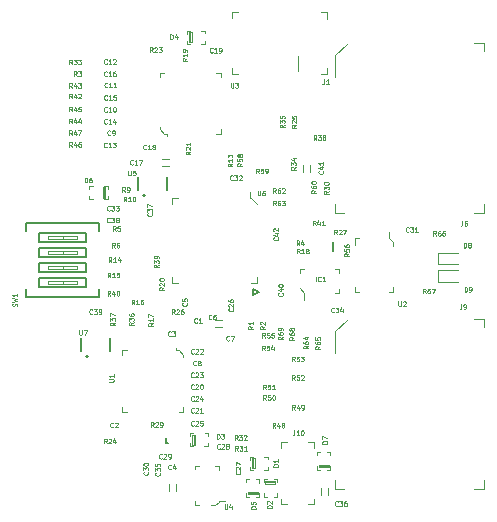
<source format=gbr>
G04 #@! TF.GenerationSoftware,KiCad,Pcbnew,5.1.5+dfsg1-2~bpo10+1*
G04 #@! TF.CreationDate,2020-01-20T23:41:54+01:00*
G04 #@! TF.ProjectId,video-booster-board,76696465-6f2d-4626-9f6f-737465722d62,rev?*
G04 #@! TF.SameCoordinates,Original*
G04 #@! TF.FileFunction,Legend,Top*
G04 #@! TF.FilePolarity,Positive*
%FSLAX46Y46*%
G04 Gerber Fmt 4.6, Leading zero omitted, Abs format (unit mm)*
G04 Created by KiCad (PCBNEW 5.1.5+dfsg1-2~bpo10+1) date 2020-01-20 23:41:54*
%MOMM*%
%LPD*%
G04 APERTURE LIST*
%ADD10C,0.150000*%
%ADD11C,0.100000*%
%ADD12C,0.127000*%
%ADD13C,0.050000*%
%ADD14C,0.120000*%
%ADD15C,0.200000*%
G04 APERTURE END LIST*
D10*
X131136000Y-81290200D02*
X131636000Y-81510200D01*
X131116000Y-81760200D02*
X131636000Y-81510200D01*
X131116000Y-81280200D02*
X131116000Y-81760200D01*
X137916000Y-77350200D02*
X137916000Y-78050200D01*
X123766000Y-94310200D02*
X123936000Y-94310200D01*
X123756000Y-93920200D02*
X123766000Y-94310200D01*
D11*
X130880000Y-73560000D02*
X130880000Y-73060000D01*
X130980000Y-73560000D02*
X130880000Y-73560000D01*
X131480000Y-74060000D02*
X130980000Y-73560000D01*
X131480000Y-80760000D02*
X130980000Y-80760000D01*
X131480000Y-80260000D02*
X131480000Y-80760000D01*
X124280000Y-80760000D02*
X124280000Y-80260000D01*
X124780000Y-80760000D02*
X124280000Y-80760000D01*
X124280000Y-73560000D02*
X124280000Y-74060000D01*
X124780000Y-73560000D02*
X124280000Y-73560000D01*
X149850000Y-83800000D02*
X150700000Y-83800000D01*
X150700000Y-83800000D02*
X150700000Y-84500000D01*
X150700000Y-97500000D02*
X150700000Y-98200000D01*
X150700000Y-98200000D02*
X149850000Y-98200000D01*
X138100000Y-86750000D02*
X138100000Y-84850000D01*
X138100000Y-84850000D02*
X139050000Y-83900000D01*
X138850000Y-98200000D02*
X138100000Y-98200000D01*
X138100000Y-98200000D02*
X138100000Y-97500000D01*
X149850000Y-60432000D02*
X150700000Y-60432000D01*
X150700000Y-60432000D02*
X150700000Y-61132000D01*
X150700000Y-74132000D02*
X150700000Y-74832000D01*
X150700000Y-74832000D02*
X149850000Y-74832000D01*
X138100000Y-63382000D02*
X138100000Y-61482000D01*
X138100000Y-61482000D02*
X139050000Y-60532000D01*
X138850000Y-74832000D02*
X138100000Y-74832000D01*
X138100000Y-74832000D02*
X138100000Y-74132000D01*
X142601900Y-76934500D02*
X142601900Y-76434500D01*
X142951900Y-77334500D02*
X142601900Y-76934500D01*
X142951900Y-77634500D02*
X142951900Y-77334500D01*
X142951900Y-81584500D02*
X142951900Y-81084500D01*
X142651900Y-81584500D02*
X142951900Y-81584500D01*
X139751900Y-81584500D02*
X139751900Y-81084500D01*
X140101900Y-81584500D02*
X139751900Y-81584500D01*
X139751900Y-76984500D02*
X139751900Y-77584500D01*
X140051900Y-76984500D02*
X139751900Y-76984500D01*
X128410000Y-62962000D02*
X128410000Y-63362000D01*
X128010000Y-62962000D02*
X128410000Y-62962000D01*
X123210000Y-62962000D02*
X123610000Y-62962000D01*
X123210000Y-62962000D02*
X123210000Y-63362000D01*
X128410000Y-68162000D02*
X128010000Y-68162000D01*
X128410000Y-67762000D02*
X128410000Y-68162000D01*
X123810000Y-68162000D02*
X123810000Y-68362000D01*
X123610000Y-68162000D02*
X123810000Y-68162000D01*
X123210000Y-67762000D02*
X123610000Y-68162000D01*
X123210000Y-67562000D02*
X123210000Y-67762000D01*
D12*
X111898500Y-76374900D02*
X111898500Y-75727900D01*
X111898500Y-81929900D02*
X111898500Y-81282900D01*
X118098500Y-76374900D02*
X118098500Y-75727900D01*
X112998500Y-76558900D02*
X112998500Y-77308900D01*
X116998500Y-76558900D02*
X112998500Y-76558900D01*
X116998500Y-77308900D02*
X116998500Y-76558900D01*
X112998500Y-77308900D02*
X116998500Y-77308900D01*
X112998500Y-77808900D02*
X112998500Y-78558900D01*
X116998500Y-77808900D02*
X112998500Y-77808900D01*
X116998500Y-78558900D02*
X116998500Y-77808900D01*
X112998500Y-78558900D02*
X116998500Y-78558900D01*
D13*
X116248500Y-76808900D02*
X114998500Y-76808900D01*
X116248500Y-77058900D02*
X116248500Y-76808900D01*
X113748500Y-77058900D02*
X116248500Y-77058900D01*
X113748500Y-76808900D02*
X113748500Y-77058900D01*
X114998500Y-76808900D02*
X113748500Y-76808900D01*
X114998500Y-77058900D02*
X114998500Y-76808900D01*
X114998500Y-78308900D02*
X114998500Y-78058900D01*
X113748500Y-78058900D02*
X113748500Y-78308900D01*
X114998500Y-78058900D02*
X113748500Y-78058900D01*
X116248500Y-78058900D02*
X114998500Y-78058900D01*
X116248500Y-78308900D02*
X116248500Y-78058900D01*
X114998500Y-78308900D02*
X116248500Y-78308900D01*
X113748500Y-78308900D02*
X114998500Y-78308900D01*
D12*
X112998500Y-79098900D02*
X112998500Y-79848900D01*
X116998500Y-79098900D02*
X112998500Y-79098900D01*
X116998500Y-79848900D02*
X116998500Y-79098900D01*
X112998500Y-79848900D02*
X116998500Y-79848900D01*
X112998500Y-80348900D02*
X112998500Y-81098900D01*
X116998500Y-80348900D02*
X112998500Y-80348900D01*
X116998500Y-81098900D02*
X116998500Y-80348900D01*
X112998500Y-81098900D02*
X116998500Y-81098900D01*
D13*
X116248500Y-79348900D02*
X114998500Y-79348900D01*
X116248500Y-79598900D02*
X116248500Y-79348900D01*
X113748500Y-79598900D02*
X116248500Y-79598900D01*
X113748500Y-79348900D02*
X113748500Y-79598900D01*
X114998500Y-79348900D02*
X113748500Y-79348900D01*
X114998500Y-79598900D02*
X114998500Y-79348900D01*
X114998500Y-80848900D02*
X114998500Y-80598900D01*
X113748500Y-80598900D02*
X113748500Y-80848900D01*
X114998500Y-80598900D02*
X113748500Y-80598900D01*
X116248500Y-80598900D02*
X114998500Y-80598900D01*
X116248500Y-80848900D02*
X116248500Y-80598900D01*
X114998500Y-80848900D02*
X116248500Y-80848900D01*
X113748500Y-80848900D02*
X114998500Y-80848900D01*
D12*
X118096500Y-75728900D02*
X111899500Y-75728900D01*
X118098500Y-81929900D02*
X118098500Y-81282900D01*
X111898500Y-81929900D02*
X118098500Y-81929900D01*
X111895500Y-81929900D02*
X111898500Y-81929900D01*
D14*
X135355900Y-71377400D02*
X135355900Y-70777400D01*
X135955900Y-71377400D02*
X135955900Y-70777400D01*
D11*
X120030000Y-91668000D02*
X120030000Y-91268000D01*
X120430000Y-91668000D02*
X120030000Y-91668000D01*
X125230000Y-91668000D02*
X124830000Y-91668000D01*
X125230000Y-91668000D02*
X125230000Y-91268000D01*
X120030000Y-86468000D02*
X120430000Y-86468000D01*
X120030000Y-86868000D02*
X120030000Y-86468000D01*
X124630000Y-86468000D02*
X124630000Y-86268000D01*
X124830000Y-86468000D02*
X124630000Y-86468000D01*
X125230000Y-86868000D02*
X124830000Y-86468000D01*
X125230000Y-87068000D02*
X125230000Y-86868000D01*
X133455900Y-99527400D02*
X133955900Y-99527400D01*
X133455900Y-99527400D02*
X133455900Y-99027400D01*
X133455900Y-94227400D02*
X133955900Y-94227400D01*
X133455900Y-94227400D02*
X133455900Y-94727400D01*
X136255900Y-94227400D02*
X135755900Y-94227400D01*
X136255900Y-94227400D02*
X136255900Y-94727400D01*
X136255900Y-99527400D02*
X135755900Y-99527400D01*
X136255900Y-99527400D02*
X136255900Y-99027400D01*
X118384700Y-72700000D02*
X118384700Y-73550000D01*
X118484700Y-72700000D02*
X118484700Y-73550000D01*
X117259700Y-73675000D02*
X117259700Y-73450000D01*
X117559700Y-73675000D02*
X117259700Y-73675000D01*
X118809700Y-73675000D02*
X118809700Y-73425000D01*
X118509700Y-73675000D02*
X118809700Y-73675000D01*
X117259700Y-72575000D02*
X117584700Y-72575000D01*
X117259700Y-72575000D02*
X117259700Y-72825000D01*
X118509700Y-72575000D02*
X118809700Y-72575000D01*
X118809700Y-72825000D02*
X118809700Y-72575000D01*
X118584700Y-72700000D02*
X118584700Y-73550000D01*
X118584700Y-73555000D02*
X118384700Y-73555000D01*
X118584700Y-72695000D02*
X118384700Y-72695000D01*
X131530900Y-98477400D02*
X130680900Y-98477400D01*
X131530900Y-98577400D02*
X130680900Y-98577400D01*
X130555900Y-97352400D02*
X130780900Y-97352400D01*
X130555900Y-97652400D02*
X130555900Y-97352400D01*
X130555900Y-98902400D02*
X130805900Y-98902400D01*
X130555900Y-98602400D02*
X130555900Y-98902400D01*
X131655900Y-97352400D02*
X131655900Y-97677400D01*
X131655900Y-97352400D02*
X131405900Y-97352400D01*
X131655900Y-98602400D02*
X131655900Y-98902400D01*
X131405900Y-98902400D02*
X131655900Y-98902400D01*
X131530900Y-98677400D02*
X130680900Y-98677400D01*
X130675900Y-98677400D02*
X130675900Y-98477400D01*
X131535900Y-98677400D02*
X131535900Y-98477400D01*
X125915900Y-60392400D02*
X125915900Y-59542400D01*
X125815900Y-60392400D02*
X125815900Y-59542400D01*
X127040900Y-59417400D02*
X127040900Y-59642400D01*
X126740900Y-59417400D02*
X127040900Y-59417400D01*
X125490900Y-59417400D02*
X125490900Y-59667400D01*
X125790900Y-59417400D02*
X125490900Y-59417400D01*
X127040900Y-60517400D02*
X126715900Y-60517400D01*
X127040900Y-60517400D02*
X127040900Y-60267400D01*
X125790900Y-60517400D02*
X125490900Y-60517400D01*
X125490900Y-60267400D02*
X125490900Y-60517400D01*
X125715900Y-60392400D02*
X125715900Y-59542400D01*
X125715900Y-59537400D02*
X125915900Y-59537400D01*
X125715900Y-60397400D02*
X125915900Y-60397400D01*
X126185900Y-94472400D02*
X126185900Y-93622400D01*
X126085900Y-94472400D02*
X126085900Y-93622400D01*
X127310900Y-93497400D02*
X127310900Y-93722400D01*
X127010900Y-93497400D02*
X127310900Y-93497400D01*
X125760900Y-93497400D02*
X125760900Y-93747400D01*
X126060900Y-93497400D02*
X125760900Y-93497400D01*
X127310900Y-94597400D02*
X126985900Y-94597400D01*
X127310900Y-94597400D02*
X127310900Y-94347400D01*
X126060900Y-94597400D02*
X125760900Y-94597400D01*
X125760900Y-94347400D02*
X125760900Y-94597400D01*
X125985900Y-94472400D02*
X125985900Y-93622400D01*
X125985900Y-93617400D02*
X126185900Y-93617400D01*
X125985900Y-94477400D02*
X126185900Y-94477400D01*
X132150900Y-97767400D02*
X133000900Y-97767400D01*
X132150900Y-97667400D02*
X133000900Y-97667400D01*
X133125900Y-98892400D02*
X132900900Y-98892400D01*
X133125900Y-98592400D02*
X133125900Y-98892400D01*
X133125900Y-97342400D02*
X132875900Y-97342400D01*
X133125900Y-97642400D02*
X133125900Y-97342400D01*
X132025900Y-98892400D02*
X132025900Y-98567400D01*
X132025900Y-98892400D02*
X132275900Y-98892400D01*
X132025900Y-97642400D02*
X132025900Y-97342400D01*
X132275900Y-97342400D02*
X132025900Y-97342400D01*
X132150900Y-97567400D02*
X133000900Y-97567400D01*
X133005900Y-97567400D02*
X133005900Y-97767400D01*
X132145900Y-97567400D02*
X132145900Y-97767400D01*
X131255900Y-96472400D02*
X131255900Y-95622400D01*
X131155900Y-96472400D02*
X131155900Y-95622400D01*
X132380900Y-95497400D02*
X132380900Y-95722400D01*
X132080900Y-95497400D02*
X132380900Y-95497400D01*
X130830900Y-95497400D02*
X130830900Y-95747400D01*
X131130900Y-95497400D02*
X130830900Y-95497400D01*
X132380900Y-96597400D02*
X132055900Y-96597400D01*
X132380900Y-96597400D02*
X132380900Y-96347400D01*
X131130900Y-96597400D02*
X130830900Y-96597400D01*
X130830900Y-96347400D02*
X130830900Y-96597400D01*
X131055900Y-96472400D02*
X131055900Y-95622400D01*
X131055900Y-95617400D02*
X131255900Y-95617400D01*
X131055900Y-96477400D02*
X131255900Y-96477400D01*
D15*
X117160800Y-86981400D02*
G75*
G03X117160800Y-86981400I-100000J0D01*
G01*
D12*
X119029800Y-85451400D02*
X119029800Y-86511400D01*
X116591800Y-86511400D02*
X116591800Y-85451400D01*
D15*
X121982100Y-73363000D02*
G75*
G03X121982100Y-73363000I-100000J0D01*
G01*
D12*
X123851100Y-71833000D02*
X123851100Y-72893000D01*
X121413100Y-72893000D02*
X121413100Y-71833000D01*
D11*
X138379100Y-79605300D02*
X138379100Y-79955300D01*
X138029100Y-79605300D02*
X138379100Y-79605300D01*
X138379100Y-81605300D02*
X138029100Y-81605300D01*
X138379100Y-81255300D02*
X138379100Y-81605300D01*
X135079100Y-79605300D02*
X135079100Y-79955300D01*
X135429100Y-79605300D02*
X135079100Y-79605300D01*
X135429100Y-81655300D02*
X135079100Y-81205300D01*
X135429100Y-82255300D02*
X135429100Y-81655300D01*
D14*
X146808300Y-80660800D02*
X148508300Y-80660800D01*
X146808300Y-79860800D02*
X146808300Y-80660800D01*
X146808300Y-79660800D02*
X146808300Y-79860800D01*
X146908300Y-79660800D02*
X146808300Y-79660800D01*
X147008300Y-79660800D02*
X146908300Y-79660800D01*
X147008300Y-79660800D02*
X148508300Y-79660800D01*
X146795600Y-79213000D02*
X148495600Y-79213000D01*
X146795600Y-78413000D02*
X146795600Y-79213000D01*
X146795600Y-78213000D02*
X146795600Y-78413000D01*
X146895600Y-78213000D02*
X146795600Y-78213000D01*
X146995600Y-78213000D02*
X146895600Y-78213000D01*
X146995600Y-78213000D02*
X148495600Y-78213000D01*
D11*
X137540900Y-96177400D02*
X136690900Y-96177400D01*
X137540900Y-96277400D02*
X136690900Y-96277400D01*
X136565900Y-95052400D02*
X136790900Y-95052400D01*
X136565900Y-95352400D02*
X136565900Y-95052400D01*
X136565900Y-96602400D02*
X136815900Y-96602400D01*
X136565900Y-96302400D02*
X136565900Y-96602400D01*
X137665900Y-95052400D02*
X137665900Y-95377400D01*
X137665900Y-95052400D02*
X137415900Y-95052400D01*
X137665900Y-96302400D02*
X137665900Y-96602400D01*
X137415900Y-96602400D02*
X137665900Y-96602400D01*
X137540900Y-96377400D02*
X136690900Y-96377400D01*
X136685900Y-96377400D02*
X136685900Y-96177400D01*
X137545900Y-96377400D02*
X137545900Y-96177400D01*
D14*
X137435900Y-98127400D02*
X137435900Y-98727400D01*
X136835900Y-98127400D02*
X136835900Y-98727400D01*
X124035900Y-98357400D02*
X124035900Y-97757400D01*
X124635900Y-98357400D02*
X124635900Y-97757400D01*
X128473900Y-84477400D02*
X127873900Y-84477400D01*
X128473900Y-83877400D02*
X127873900Y-83877400D01*
X124025900Y-70857400D02*
X123425900Y-70857400D01*
X124025900Y-70257400D02*
X123425900Y-70257400D01*
D11*
X126225900Y-99242400D02*
X126225900Y-99567400D01*
X126225900Y-99567400D02*
X126525900Y-99567400D01*
X128225900Y-96592400D02*
X128225900Y-96267400D01*
X128225900Y-96267400D02*
X127925900Y-96267400D01*
X126225900Y-96567400D02*
X126225900Y-96267400D01*
X126225900Y-96267400D02*
X126550900Y-96267400D01*
X127900900Y-99567400D02*
X128225900Y-99342400D01*
X128225900Y-99342400D02*
X128225900Y-99242400D01*
X128225900Y-99242400D02*
X128750900Y-99242400D01*
X127900900Y-99567400D02*
X127525900Y-99567400D01*
X137365900Y-63117400D02*
X137365900Y-62617400D01*
X137365900Y-63117400D02*
X136865900Y-63117400D01*
X137365900Y-57867400D02*
X137365900Y-58417400D01*
X137365900Y-57867400D02*
X136865900Y-57867400D01*
X134965900Y-62867400D02*
X134965900Y-61567400D01*
X129365900Y-63117400D02*
X129365900Y-62617400D01*
X129365900Y-63117400D02*
X129865900Y-63117400D01*
X129365900Y-57867400D02*
X129365900Y-58367400D01*
X129365900Y-57867400D02*
X129865900Y-57867400D01*
X131514038Y-72972652D02*
X131514038Y-73296461D01*
X131533085Y-73334557D01*
X131552133Y-73353604D01*
X131590228Y-73372652D01*
X131666419Y-73372652D01*
X131704514Y-73353604D01*
X131723561Y-73334557D01*
X131742609Y-73296461D01*
X131742609Y-72972652D01*
X132104514Y-72972652D02*
X132028323Y-72972652D01*
X131990228Y-72991700D01*
X131971180Y-73010747D01*
X131933085Y-73067890D01*
X131914038Y-73144080D01*
X131914038Y-73296461D01*
X131933085Y-73334557D01*
X131952133Y-73353604D01*
X131990228Y-73372652D01*
X132066419Y-73372652D01*
X132104514Y-73353604D01*
X132123561Y-73334557D01*
X132142609Y-73296461D01*
X132142609Y-73201223D01*
X132123561Y-73163128D01*
X132104514Y-73144080D01*
X132066419Y-73125033D01*
X131990228Y-73125033D01*
X131952133Y-73144080D01*
X131933085Y-73163128D01*
X131914038Y-73201223D01*
X148752666Y-82599152D02*
X148752666Y-82884866D01*
X148733619Y-82942009D01*
X148695523Y-82980104D01*
X148638380Y-82999152D01*
X148600285Y-82999152D01*
X148962190Y-82999152D02*
X149038380Y-82999152D01*
X149076476Y-82980104D01*
X149095523Y-82961057D01*
X149133619Y-82903914D01*
X149152666Y-82827723D01*
X149152666Y-82675342D01*
X149133619Y-82637247D01*
X149114571Y-82618200D01*
X149076476Y-82599152D01*
X149000285Y-82599152D01*
X148962190Y-82618200D01*
X148943142Y-82637247D01*
X148924095Y-82675342D01*
X148924095Y-82770580D01*
X148943142Y-82808676D01*
X148962190Y-82827723D01*
X149000285Y-82846771D01*
X149076476Y-82846771D01*
X149114571Y-82827723D01*
X149133619Y-82808676D01*
X149152666Y-82770580D01*
X148852666Y-75513152D02*
X148852666Y-75798866D01*
X148833619Y-75856009D01*
X148795523Y-75894104D01*
X148738380Y-75913152D01*
X148700285Y-75913152D01*
X149214571Y-75513152D02*
X149138380Y-75513152D01*
X149100285Y-75532200D01*
X149081238Y-75551247D01*
X149043142Y-75608390D01*
X149024095Y-75684580D01*
X149024095Y-75836961D01*
X149043142Y-75875057D01*
X149062190Y-75894104D01*
X149100285Y-75913152D01*
X149176476Y-75913152D01*
X149214571Y-75894104D01*
X149233619Y-75875057D01*
X149252666Y-75836961D01*
X149252666Y-75741723D01*
X149233619Y-75703628D01*
X149214571Y-75684580D01*
X149176476Y-75665533D01*
X149100285Y-75665533D01*
X149062190Y-75684580D01*
X149043142Y-75703628D01*
X149024095Y-75741723D01*
X134592252Y-85348742D02*
X134401776Y-85482076D01*
X134592252Y-85577314D02*
X134192252Y-85577314D01*
X134192252Y-85424933D01*
X134211300Y-85386838D01*
X134230347Y-85367790D01*
X134268442Y-85348742D01*
X134325585Y-85348742D01*
X134363680Y-85367790D01*
X134382728Y-85386838D01*
X134401776Y-85424933D01*
X134401776Y-85577314D01*
X134192252Y-85005885D02*
X134192252Y-85082076D01*
X134211300Y-85120171D01*
X134230347Y-85139219D01*
X134287490Y-85177314D01*
X134363680Y-85196361D01*
X134516061Y-85196361D01*
X134554157Y-85177314D01*
X134573204Y-85158266D01*
X134592252Y-85120171D01*
X134592252Y-85043980D01*
X134573204Y-85005885D01*
X134554157Y-84986838D01*
X134516061Y-84967790D01*
X134420823Y-84967790D01*
X134382728Y-84986838D01*
X134363680Y-85005885D01*
X134344633Y-85043980D01*
X134344633Y-85120171D01*
X134363680Y-85158266D01*
X134382728Y-85177314D01*
X134420823Y-85196361D01*
X134363680Y-84739219D02*
X134344633Y-84777314D01*
X134325585Y-84796361D01*
X134287490Y-84815409D01*
X134268442Y-84815409D01*
X134230347Y-84796361D01*
X134211300Y-84777314D01*
X134192252Y-84739219D01*
X134192252Y-84663028D01*
X134211300Y-84624933D01*
X134230347Y-84605885D01*
X134268442Y-84586838D01*
X134287490Y-84586838D01*
X134325585Y-84605885D01*
X134344633Y-84624933D01*
X134363680Y-84663028D01*
X134363680Y-84739219D01*
X134382728Y-84777314D01*
X134401776Y-84796361D01*
X134439871Y-84815409D01*
X134516061Y-84815409D01*
X134554157Y-84796361D01*
X134573204Y-84777314D01*
X134592252Y-84739219D01*
X134592252Y-84663028D01*
X134573204Y-84624933D01*
X134554157Y-84605885D01*
X134516061Y-84586838D01*
X134439871Y-84586838D01*
X134401776Y-84605885D01*
X134382728Y-84624933D01*
X134363680Y-84663028D01*
X143421138Y-82338352D02*
X143421138Y-82662161D01*
X143440185Y-82700257D01*
X143459233Y-82719304D01*
X143497328Y-82738352D01*
X143573519Y-82738352D01*
X143611614Y-82719304D01*
X143630661Y-82700257D01*
X143649709Y-82662161D01*
X143649709Y-82338352D01*
X143821138Y-82376447D02*
X143840185Y-82357400D01*
X143878280Y-82338352D01*
X143973519Y-82338352D01*
X144011614Y-82357400D01*
X144030661Y-82376447D01*
X144049709Y-82414542D01*
X144049709Y-82452638D01*
X144030661Y-82509780D01*
X143802090Y-82738352D01*
X144049709Y-82738352D01*
X125806852Y-69654542D02*
X125616376Y-69787876D01*
X125806852Y-69883114D02*
X125406852Y-69883114D01*
X125406852Y-69730733D01*
X125425900Y-69692638D01*
X125444947Y-69673590D01*
X125483042Y-69654542D01*
X125540185Y-69654542D01*
X125578280Y-69673590D01*
X125597328Y-69692638D01*
X125616376Y-69730733D01*
X125616376Y-69883114D01*
X125444947Y-69502161D02*
X125425900Y-69483114D01*
X125406852Y-69445019D01*
X125406852Y-69349780D01*
X125425900Y-69311685D01*
X125444947Y-69292638D01*
X125483042Y-69273590D01*
X125521138Y-69273590D01*
X125578280Y-69292638D01*
X125806852Y-69521209D01*
X125806852Y-69273590D01*
X125806852Y-68892638D02*
X125806852Y-69121209D01*
X125806852Y-69006923D02*
X125406852Y-69006923D01*
X125463995Y-69045019D01*
X125502090Y-69083114D01*
X125521138Y-69121209D01*
X130005557Y-96735242D02*
X130024604Y-96754290D01*
X130043652Y-96811433D01*
X130043652Y-96849528D01*
X130024604Y-96906671D01*
X129986509Y-96944766D01*
X129948414Y-96963814D01*
X129872223Y-96982861D01*
X129815080Y-96982861D01*
X129738890Y-96963814D01*
X129700795Y-96944766D01*
X129662700Y-96906671D01*
X129643652Y-96849528D01*
X129643652Y-96811433D01*
X129662700Y-96754290D01*
X129681747Y-96735242D01*
X129681747Y-96582861D02*
X129662700Y-96563814D01*
X129643652Y-96525719D01*
X129643652Y-96430480D01*
X129662700Y-96392385D01*
X129681747Y-96373338D01*
X129719842Y-96354290D01*
X129757938Y-96354290D01*
X129815080Y-96373338D01*
X130043652Y-96601909D01*
X130043652Y-96354290D01*
X129643652Y-96220957D02*
X129643652Y-95954290D01*
X130043652Y-96125719D01*
X125488757Y-82474066D02*
X125507804Y-82493114D01*
X125526852Y-82550257D01*
X125526852Y-82588352D01*
X125507804Y-82645495D01*
X125469709Y-82683590D01*
X125431614Y-82702638D01*
X125355423Y-82721685D01*
X125298280Y-82721685D01*
X125222090Y-82702638D01*
X125183995Y-82683590D01*
X125145900Y-82645495D01*
X125126852Y-82588352D01*
X125126852Y-82550257D01*
X125145900Y-82493114D01*
X125164947Y-82474066D01*
X125126852Y-82112161D02*
X125126852Y-82302638D01*
X125317328Y-82321685D01*
X125298280Y-82302638D01*
X125279233Y-82264542D01*
X125279233Y-82169304D01*
X125298280Y-82131209D01*
X125317328Y-82112161D01*
X125355423Y-82093114D01*
X125450661Y-82093114D01*
X125488757Y-82112161D01*
X125507804Y-82131209D01*
X125526852Y-82169304D01*
X125526852Y-82264542D01*
X125507804Y-82302638D01*
X125488757Y-82321685D01*
X129230238Y-63841352D02*
X129230238Y-64165161D01*
X129249285Y-64203257D01*
X129268333Y-64222304D01*
X129306428Y-64241352D01*
X129382619Y-64241352D01*
X129420714Y-64222304D01*
X129439761Y-64203257D01*
X129458809Y-64165161D01*
X129458809Y-63841352D01*
X129611190Y-63841352D02*
X129858809Y-63841352D01*
X129725476Y-63993733D01*
X129782619Y-63993733D01*
X129820714Y-64012780D01*
X129839761Y-64031828D01*
X129858809Y-64069923D01*
X129858809Y-64165161D01*
X129839761Y-64203257D01*
X129820714Y-64222304D01*
X129782619Y-64241352D01*
X129668333Y-64241352D01*
X129630238Y-64222304D01*
X129611190Y-64203257D01*
X111127304Y-82754733D02*
X111146352Y-82697590D01*
X111146352Y-82602352D01*
X111127304Y-82564257D01*
X111108257Y-82545209D01*
X111070161Y-82526161D01*
X111032066Y-82526161D01*
X110993971Y-82545209D01*
X110974923Y-82564257D01*
X110955876Y-82602352D01*
X110936828Y-82678542D01*
X110917780Y-82716638D01*
X110898733Y-82735685D01*
X110860638Y-82754733D01*
X110822542Y-82754733D01*
X110784447Y-82735685D01*
X110765400Y-82716638D01*
X110746352Y-82678542D01*
X110746352Y-82583304D01*
X110765400Y-82526161D01*
X110746352Y-82392828D02*
X111146352Y-82297590D01*
X110860638Y-82221400D01*
X111146352Y-82145209D01*
X110746352Y-82049971D01*
X111146352Y-81688066D02*
X111146352Y-81916638D01*
X111146352Y-81802352D02*
X110746352Y-81802352D01*
X110803495Y-81840447D01*
X110841590Y-81878542D01*
X110860638Y-81916638D01*
X123586152Y-81132942D02*
X123395676Y-81266276D01*
X123586152Y-81361514D02*
X123186152Y-81361514D01*
X123186152Y-81209133D01*
X123205200Y-81171038D01*
X123224247Y-81151990D01*
X123262342Y-81132942D01*
X123319485Y-81132942D01*
X123357580Y-81151990D01*
X123376628Y-81171038D01*
X123395676Y-81209133D01*
X123395676Y-81361514D01*
X123224247Y-80980561D02*
X123205200Y-80961514D01*
X123186152Y-80923419D01*
X123186152Y-80828180D01*
X123205200Y-80790085D01*
X123224247Y-80771038D01*
X123262342Y-80751990D01*
X123300438Y-80751990D01*
X123357580Y-80771038D01*
X123586152Y-80999609D01*
X123586152Y-80751990D01*
X123186152Y-80504371D02*
X123186152Y-80466276D01*
X123205200Y-80428180D01*
X123224247Y-80409133D01*
X123262342Y-80390085D01*
X123338533Y-80371038D01*
X123433771Y-80371038D01*
X123509961Y-80390085D01*
X123548057Y-80409133D01*
X123567104Y-80428180D01*
X123586152Y-80466276D01*
X123586152Y-80504371D01*
X123567104Y-80542466D01*
X123548057Y-80561514D01*
X123509961Y-80580561D01*
X123433771Y-80599609D01*
X123338533Y-80599609D01*
X123262342Y-80580561D01*
X123224247Y-80561514D01*
X123205200Y-80542466D01*
X123186152Y-80504371D01*
X133206257Y-76928642D02*
X133225304Y-76947690D01*
X133244352Y-77004833D01*
X133244352Y-77042928D01*
X133225304Y-77100071D01*
X133187209Y-77138166D01*
X133149114Y-77157214D01*
X133072923Y-77176261D01*
X133015780Y-77176261D01*
X132939590Y-77157214D01*
X132901495Y-77138166D01*
X132863400Y-77100071D01*
X132844352Y-77042928D01*
X132844352Y-77004833D01*
X132863400Y-76947690D01*
X132882447Y-76928642D01*
X132977685Y-76585785D02*
X133244352Y-76585785D01*
X132825304Y-76681023D02*
X133111019Y-76776261D01*
X133111019Y-76528642D01*
X132882447Y-76395309D02*
X132863400Y-76376261D01*
X132844352Y-76338166D01*
X132844352Y-76242928D01*
X132863400Y-76204833D01*
X132882447Y-76185785D01*
X132920542Y-76166738D01*
X132958638Y-76166738D01*
X133015780Y-76185785D01*
X133244352Y-76414357D01*
X133244352Y-76166738D01*
X137018757Y-71284542D02*
X137037804Y-71303590D01*
X137056852Y-71360733D01*
X137056852Y-71398828D01*
X137037804Y-71455971D01*
X136999709Y-71494066D01*
X136961614Y-71513114D01*
X136885423Y-71532161D01*
X136828280Y-71532161D01*
X136752090Y-71513114D01*
X136713995Y-71494066D01*
X136675900Y-71455971D01*
X136656852Y-71398828D01*
X136656852Y-71360733D01*
X136675900Y-71303590D01*
X136694947Y-71284542D01*
X136790185Y-70941685D02*
X137056852Y-70941685D01*
X136637804Y-71036923D02*
X136923519Y-71132161D01*
X136923519Y-70884542D01*
X137056852Y-70522638D02*
X137056852Y-70751209D01*
X137056852Y-70636923D02*
X136656852Y-70636923D01*
X136713995Y-70675019D01*
X136752090Y-70713114D01*
X136771138Y-70751209D01*
X118916952Y-89132961D02*
X119240761Y-89132961D01*
X119278857Y-89113914D01*
X119297904Y-89094866D01*
X119316952Y-89056771D01*
X119316952Y-88980580D01*
X119297904Y-88942485D01*
X119278857Y-88923438D01*
X119240761Y-88904390D01*
X118916952Y-88904390D01*
X119316952Y-88504390D02*
X119316952Y-88732961D01*
X119316952Y-88618676D02*
X118916952Y-88618676D01*
X118974095Y-88656771D01*
X119012190Y-88694866D01*
X119031238Y-88732961D01*
X122198757Y-96781442D02*
X122217804Y-96800490D01*
X122236852Y-96857633D01*
X122236852Y-96895728D01*
X122217804Y-96952871D01*
X122179709Y-96990966D01*
X122141614Y-97010014D01*
X122065423Y-97029061D01*
X122008280Y-97029061D01*
X121932090Y-97010014D01*
X121893995Y-96990966D01*
X121855900Y-96952871D01*
X121836852Y-96895728D01*
X121836852Y-96857633D01*
X121855900Y-96800490D01*
X121874947Y-96781442D01*
X121836852Y-96648109D02*
X121836852Y-96400490D01*
X121989233Y-96533823D01*
X121989233Y-96476680D01*
X122008280Y-96438585D01*
X122027328Y-96419538D01*
X122065423Y-96400490D01*
X122160661Y-96400490D01*
X122198757Y-96419538D01*
X122217804Y-96438585D01*
X122236852Y-96476680D01*
X122236852Y-96590966D01*
X122217804Y-96629061D01*
X122198757Y-96648109D01*
X121836852Y-96152871D02*
X121836852Y-96114776D01*
X121855900Y-96076680D01*
X121874947Y-96057633D01*
X121913042Y-96038585D01*
X121989233Y-96019538D01*
X122084471Y-96019538D01*
X122160661Y-96038585D01*
X122198757Y-96057633D01*
X122217804Y-96076680D01*
X122236852Y-96114776D01*
X122236852Y-96152871D01*
X122217804Y-96190966D01*
X122198757Y-96210014D01*
X122160661Y-96229061D01*
X122084471Y-96248109D01*
X121989233Y-96248109D01*
X121913042Y-96229061D01*
X121874947Y-96210014D01*
X121855900Y-96190966D01*
X121836852Y-96152871D01*
X133048757Y-74218352D02*
X132915423Y-74027876D01*
X132820185Y-74218352D02*
X132820185Y-73818352D01*
X132972566Y-73818352D01*
X133010661Y-73837400D01*
X133029709Y-73856447D01*
X133048757Y-73894542D01*
X133048757Y-73951685D01*
X133029709Y-73989780D01*
X133010661Y-74008828D01*
X132972566Y-74027876D01*
X132820185Y-74027876D01*
X133391614Y-73818352D02*
X133315423Y-73818352D01*
X133277328Y-73837400D01*
X133258280Y-73856447D01*
X133220185Y-73913590D01*
X133201138Y-73989780D01*
X133201138Y-74142161D01*
X133220185Y-74180257D01*
X133239233Y-74199304D01*
X133277328Y-74218352D01*
X133353519Y-74218352D01*
X133391614Y-74199304D01*
X133410661Y-74180257D01*
X133429709Y-74142161D01*
X133429709Y-74046923D01*
X133410661Y-74008828D01*
X133391614Y-73989780D01*
X133353519Y-73970733D01*
X133277328Y-73970733D01*
X133239233Y-73989780D01*
X133220185Y-74008828D01*
X133201138Y-74046923D01*
X133563042Y-73818352D02*
X133810661Y-73818352D01*
X133677328Y-73970733D01*
X133734471Y-73970733D01*
X133772566Y-73989780D01*
X133791614Y-74008828D01*
X133810661Y-74046923D01*
X133810661Y-74142161D01*
X133791614Y-74180257D01*
X133772566Y-74199304D01*
X133734471Y-74218352D01*
X133620185Y-74218352D01*
X133582090Y-74199304D01*
X133563042Y-74180257D01*
X129806357Y-94061452D02*
X129673023Y-93870976D01*
X129577785Y-94061452D02*
X129577785Y-93661452D01*
X129730166Y-93661452D01*
X129768261Y-93680500D01*
X129787309Y-93699547D01*
X129806357Y-93737642D01*
X129806357Y-93794785D01*
X129787309Y-93832880D01*
X129768261Y-93851928D01*
X129730166Y-93870976D01*
X129577785Y-93870976D01*
X129939690Y-93661452D02*
X130187309Y-93661452D01*
X130053976Y-93813833D01*
X130111119Y-93813833D01*
X130149214Y-93832880D01*
X130168261Y-93851928D01*
X130187309Y-93890023D01*
X130187309Y-93985261D01*
X130168261Y-94023357D01*
X130149214Y-94042404D01*
X130111119Y-94061452D01*
X129996833Y-94061452D01*
X129958738Y-94042404D01*
X129939690Y-94023357D01*
X130339690Y-93699547D02*
X130358738Y-93680500D01*
X130396833Y-93661452D01*
X130492071Y-93661452D01*
X130530166Y-93680500D01*
X130549214Y-93699547D01*
X130568261Y-93737642D01*
X130568261Y-93775738D01*
X130549214Y-93832880D01*
X130320642Y-94061452D01*
X130568261Y-94061452D01*
X129402657Y-72026457D02*
X129383609Y-72045504D01*
X129326466Y-72064552D01*
X129288371Y-72064552D01*
X129231228Y-72045504D01*
X129193133Y-72007409D01*
X129174085Y-71969314D01*
X129155038Y-71893123D01*
X129155038Y-71835980D01*
X129174085Y-71759790D01*
X129193133Y-71721695D01*
X129231228Y-71683600D01*
X129288371Y-71664552D01*
X129326466Y-71664552D01*
X129383609Y-71683600D01*
X129402657Y-71702647D01*
X129535990Y-71664552D02*
X129783609Y-71664552D01*
X129650276Y-71816933D01*
X129707419Y-71816933D01*
X129745514Y-71835980D01*
X129764561Y-71855028D01*
X129783609Y-71893123D01*
X129783609Y-71988361D01*
X129764561Y-72026457D01*
X129745514Y-72045504D01*
X129707419Y-72064552D01*
X129593133Y-72064552D01*
X129555038Y-72045504D01*
X129535990Y-72026457D01*
X129935990Y-71702647D02*
X129955038Y-71683600D01*
X129993133Y-71664552D01*
X130088371Y-71664552D01*
X130126466Y-71683600D01*
X130145514Y-71702647D01*
X130164561Y-71740742D01*
X130164561Y-71778838D01*
X130145514Y-71835980D01*
X129916942Y-72064552D01*
X130164561Y-72064552D01*
X133796852Y-67374542D02*
X133606376Y-67507876D01*
X133796852Y-67603114D02*
X133396852Y-67603114D01*
X133396852Y-67450733D01*
X133415900Y-67412638D01*
X133434947Y-67393590D01*
X133473042Y-67374542D01*
X133530185Y-67374542D01*
X133568280Y-67393590D01*
X133587328Y-67412638D01*
X133606376Y-67450733D01*
X133606376Y-67603114D01*
X133396852Y-67241209D02*
X133396852Y-66993590D01*
X133549233Y-67126923D01*
X133549233Y-67069780D01*
X133568280Y-67031685D01*
X133587328Y-67012638D01*
X133625423Y-66993590D01*
X133720661Y-66993590D01*
X133758757Y-67012638D01*
X133777804Y-67031685D01*
X133796852Y-67069780D01*
X133796852Y-67184066D01*
X133777804Y-67222161D01*
X133758757Y-67241209D01*
X133396852Y-66631685D02*
X133396852Y-66822161D01*
X133587328Y-66841209D01*
X133568280Y-66822161D01*
X133549233Y-66784066D01*
X133549233Y-66688828D01*
X133568280Y-66650733D01*
X133587328Y-66631685D01*
X133625423Y-66612638D01*
X133720661Y-66612638D01*
X133758757Y-66631685D01*
X133777804Y-66650733D01*
X133796852Y-66688828D01*
X133796852Y-66784066D01*
X133777804Y-66822161D01*
X133758757Y-66841209D01*
X136456852Y-72924542D02*
X136266376Y-73057876D01*
X136456852Y-73153114D02*
X136056852Y-73153114D01*
X136056852Y-73000733D01*
X136075900Y-72962638D01*
X136094947Y-72943590D01*
X136133042Y-72924542D01*
X136190185Y-72924542D01*
X136228280Y-72943590D01*
X136247328Y-72962638D01*
X136266376Y-73000733D01*
X136266376Y-73153114D01*
X136056852Y-72581685D02*
X136056852Y-72657876D01*
X136075900Y-72695971D01*
X136094947Y-72715019D01*
X136152090Y-72753114D01*
X136228280Y-72772161D01*
X136380661Y-72772161D01*
X136418757Y-72753114D01*
X136437804Y-72734066D01*
X136456852Y-72695971D01*
X136456852Y-72619780D01*
X136437804Y-72581685D01*
X136418757Y-72562638D01*
X136380661Y-72543590D01*
X136285423Y-72543590D01*
X136247328Y-72562638D01*
X136228280Y-72581685D01*
X136209233Y-72619780D01*
X136209233Y-72695971D01*
X136228280Y-72734066D01*
X136247328Y-72753114D01*
X136285423Y-72772161D01*
X136056852Y-72295971D02*
X136056852Y-72257876D01*
X136075900Y-72219780D01*
X136094947Y-72200733D01*
X136133042Y-72181685D01*
X136209233Y-72162638D01*
X136304471Y-72162638D01*
X136380661Y-72181685D01*
X136418757Y-72200733D01*
X136437804Y-72219780D01*
X136456852Y-72257876D01*
X136456852Y-72295971D01*
X136437804Y-72334066D01*
X136418757Y-72353114D01*
X136380661Y-72372161D01*
X136304471Y-72391209D01*
X136209233Y-72391209D01*
X136133042Y-72372161D01*
X136094947Y-72353114D01*
X136075900Y-72334066D01*
X136056852Y-72295971D01*
X134627290Y-93251852D02*
X134627290Y-93537566D01*
X134608242Y-93594709D01*
X134570147Y-93632804D01*
X134513004Y-93651852D01*
X134474909Y-93651852D01*
X135027290Y-93651852D02*
X134798719Y-93651852D01*
X134913004Y-93651852D02*
X134913004Y-93251852D01*
X134874909Y-93308995D01*
X134836814Y-93347090D01*
X134798719Y-93366138D01*
X135274909Y-93251852D02*
X135313004Y-93251852D01*
X135351100Y-93270900D01*
X135370147Y-93289947D01*
X135389195Y-93328042D01*
X135408242Y-93404233D01*
X135408242Y-93499471D01*
X135389195Y-93575661D01*
X135370147Y-93613757D01*
X135351100Y-93632804D01*
X135313004Y-93651852D01*
X135274909Y-93651852D01*
X135236814Y-93632804D01*
X135217766Y-93613757D01*
X135198719Y-93575661D01*
X135179671Y-93499471D01*
X135179671Y-93404233D01*
X135198719Y-93328042D01*
X135217766Y-93289947D01*
X135236814Y-93270900D01*
X135274909Y-93251852D01*
X116860661Y-72258352D02*
X116860661Y-71858352D01*
X116955900Y-71858352D01*
X117013042Y-71877400D01*
X117051138Y-71915495D01*
X117070185Y-71953590D01*
X117089233Y-72029780D01*
X117089233Y-72086923D01*
X117070185Y-72163114D01*
X117051138Y-72201209D01*
X117013042Y-72239304D01*
X116955900Y-72258352D01*
X116860661Y-72258352D01*
X117432090Y-71858352D02*
X117355900Y-71858352D01*
X117317804Y-71877400D01*
X117298757Y-71896447D01*
X117260661Y-71953590D01*
X117241614Y-72029780D01*
X117241614Y-72182161D01*
X117260661Y-72220257D01*
X117279709Y-72239304D01*
X117317804Y-72258352D01*
X117393995Y-72258352D01*
X117432090Y-72239304D01*
X117451138Y-72220257D01*
X117470185Y-72182161D01*
X117470185Y-72086923D01*
X117451138Y-72048828D01*
X117432090Y-72029780D01*
X117393995Y-72010733D01*
X117317804Y-72010733D01*
X117279709Y-72029780D01*
X117260661Y-72048828D01*
X117241614Y-72086923D01*
X131339352Y-99903238D02*
X130939352Y-99903238D01*
X130939352Y-99808000D01*
X130958400Y-99750857D01*
X130996495Y-99712761D01*
X131034590Y-99693714D01*
X131110780Y-99674666D01*
X131167923Y-99674666D01*
X131244114Y-99693714D01*
X131282209Y-99712761D01*
X131320304Y-99750857D01*
X131339352Y-99808000D01*
X131339352Y-99903238D01*
X130939352Y-99312761D02*
X130939352Y-99503238D01*
X131129828Y-99522285D01*
X131110780Y-99503238D01*
X131091733Y-99465142D01*
X131091733Y-99369904D01*
X131110780Y-99331809D01*
X131129828Y-99312761D01*
X131167923Y-99293714D01*
X131263161Y-99293714D01*
X131301257Y-99312761D01*
X131320304Y-99331809D01*
X131339352Y-99369904D01*
X131339352Y-99465142D01*
X131320304Y-99503238D01*
X131301257Y-99522285D01*
X124110661Y-60128352D02*
X124110661Y-59728352D01*
X124205900Y-59728352D01*
X124263042Y-59747400D01*
X124301138Y-59785495D01*
X124320185Y-59823590D01*
X124339233Y-59899780D01*
X124339233Y-59956923D01*
X124320185Y-60033114D01*
X124301138Y-60071209D01*
X124263042Y-60109304D01*
X124205900Y-60128352D01*
X124110661Y-60128352D01*
X124682090Y-59861685D02*
X124682090Y-60128352D01*
X124586852Y-59709304D02*
X124491614Y-59995019D01*
X124739233Y-59995019D01*
X128060661Y-93958352D02*
X128060661Y-93558352D01*
X128155900Y-93558352D01*
X128213042Y-93577400D01*
X128251138Y-93615495D01*
X128270185Y-93653590D01*
X128289233Y-93729780D01*
X128289233Y-93786923D01*
X128270185Y-93863114D01*
X128251138Y-93901209D01*
X128213042Y-93939304D01*
X128155900Y-93958352D01*
X128060661Y-93958352D01*
X128422566Y-93558352D02*
X128670185Y-93558352D01*
X128536852Y-93710733D01*
X128593995Y-93710733D01*
X128632090Y-93729780D01*
X128651138Y-93748828D01*
X128670185Y-93786923D01*
X128670185Y-93882161D01*
X128651138Y-93920257D01*
X128632090Y-93939304D01*
X128593995Y-93958352D01*
X128479709Y-93958352D01*
X128441614Y-93939304D01*
X128422566Y-93920257D01*
X132701252Y-99832438D02*
X132301252Y-99832438D01*
X132301252Y-99737200D01*
X132320300Y-99680057D01*
X132358395Y-99641961D01*
X132396490Y-99622914D01*
X132472680Y-99603866D01*
X132529823Y-99603866D01*
X132606014Y-99622914D01*
X132644109Y-99641961D01*
X132682204Y-99680057D01*
X132701252Y-99737200D01*
X132701252Y-99832438D01*
X132339347Y-99451485D02*
X132320300Y-99432438D01*
X132301252Y-99394342D01*
X132301252Y-99299104D01*
X132320300Y-99261009D01*
X132339347Y-99241961D01*
X132377442Y-99222914D01*
X132415538Y-99222914D01*
X132472680Y-99241961D01*
X132701252Y-99470533D01*
X132701252Y-99222914D01*
X133236852Y-96334238D02*
X132836852Y-96334238D01*
X132836852Y-96239000D01*
X132855900Y-96181857D01*
X132893995Y-96143761D01*
X132932090Y-96124714D01*
X133008280Y-96105666D01*
X133065423Y-96105666D01*
X133141614Y-96124714D01*
X133179709Y-96143761D01*
X133217804Y-96181857D01*
X133236852Y-96239000D01*
X133236852Y-96334238D01*
X133236852Y-95724714D02*
X133236852Y-95953285D01*
X133236852Y-95839000D02*
X132836852Y-95839000D01*
X132893995Y-95877095D01*
X132932090Y-95915190D01*
X132951138Y-95953285D01*
X116388338Y-84770952D02*
X116388338Y-85094761D01*
X116407385Y-85132857D01*
X116426433Y-85151904D01*
X116464528Y-85170952D01*
X116540719Y-85170952D01*
X116578814Y-85151904D01*
X116597861Y-85132857D01*
X116616909Y-85094761D01*
X116616909Y-84770952D01*
X116769290Y-84770952D02*
X117035957Y-84770952D01*
X116864528Y-85170952D01*
X120551138Y-71258352D02*
X120551138Y-71582161D01*
X120570185Y-71620257D01*
X120589233Y-71639304D01*
X120627328Y-71658352D01*
X120703519Y-71658352D01*
X120741614Y-71639304D01*
X120760661Y-71620257D01*
X120779709Y-71582161D01*
X120779709Y-71258352D01*
X121160661Y-71258352D02*
X120970185Y-71258352D01*
X120951138Y-71448828D01*
X120970185Y-71429780D01*
X121008280Y-71410733D01*
X121103519Y-71410733D01*
X121141614Y-71429780D01*
X121160661Y-71448828D01*
X121179709Y-71486923D01*
X121179709Y-71582161D01*
X121160661Y-71620257D01*
X121141614Y-71639304D01*
X121103519Y-71658352D01*
X121008280Y-71658352D01*
X120970185Y-71639304D01*
X120951138Y-71620257D01*
X133643052Y-85323342D02*
X133452576Y-85456676D01*
X133643052Y-85551914D02*
X133243052Y-85551914D01*
X133243052Y-85399533D01*
X133262100Y-85361438D01*
X133281147Y-85342390D01*
X133319242Y-85323342D01*
X133376385Y-85323342D01*
X133414480Y-85342390D01*
X133433528Y-85361438D01*
X133452576Y-85399533D01*
X133452576Y-85551914D01*
X133243052Y-84980485D02*
X133243052Y-85056676D01*
X133262100Y-85094771D01*
X133281147Y-85113819D01*
X133338290Y-85151914D01*
X133414480Y-85170961D01*
X133566861Y-85170961D01*
X133604957Y-85151914D01*
X133624004Y-85132866D01*
X133643052Y-85094771D01*
X133643052Y-85018580D01*
X133624004Y-84980485D01*
X133604957Y-84961438D01*
X133566861Y-84942390D01*
X133471623Y-84942390D01*
X133433528Y-84961438D01*
X133414480Y-84980485D01*
X133395433Y-85018580D01*
X133395433Y-85094771D01*
X133414480Y-85132866D01*
X133433528Y-85151914D01*
X133471623Y-85170961D01*
X133643052Y-84751914D02*
X133643052Y-84675723D01*
X133624004Y-84637628D01*
X133604957Y-84618580D01*
X133547814Y-84580485D01*
X133471623Y-84561438D01*
X133319242Y-84561438D01*
X133281147Y-84580485D01*
X133262100Y-84599533D01*
X133243052Y-84637628D01*
X133243052Y-84713819D01*
X133262100Y-84751914D01*
X133281147Y-84770961D01*
X133319242Y-84790009D01*
X133414480Y-84790009D01*
X133452576Y-84770961D01*
X133471623Y-84751914D01*
X133490671Y-84713819D01*
X133490671Y-84637628D01*
X133471623Y-84599533D01*
X133452576Y-84580485D01*
X133414480Y-84561438D01*
X145728757Y-81658352D02*
X145595423Y-81467876D01*
X145500185Y-81658352D02*
X145500185Y-81258352D01*
X145652566Y-81258352D01*
X145690661Y-81277400D01*
X145709709Y-81296447D01*
X145728757Y-81334542D01*
X145728757Y-81391685D01*
X145709709Y-81429780D01*
X145690661Y-81448828D01*
X145652566Y-81467876D01*
X145500185Y-81467876D01*
X146071614Y-81258352D02*
X145995423Y-81258352D01*
X145957328Y-81277400D01*
X145938280Y-81296447D01*
X145900185Y-81353590D01*
X145881138Y-81429780D01*
X145881138Y-81582161D01*
X145900185Y-81620257D01*
X145919233Y-81639304D01*
X145957328Y-81658352D01*
X146033519Y-81658352D01*
X146071614Y-81639304D01*
X146090661Y-81620257D01*
X146109709Y-81582161D01*
X146109709Y-81486923D01*
X146090661Y-81448828D01*
X146071614Y-81429780D01*
X146033519Y-81410733D01*
X145957328Y-81410733D01*
X145919233Y-81429780D01*
X145900185Y-81448828D01*
X145881138Y-81486923D01*
X146243042Y-81258352D02*
X146509709Y-81258352D01*
X146338280Y-81658352D01*
X146623357Y-76762552D02*
X146490023Y-76572076D01*
X146394785Y-76762552D02*
X146394785Y-76362552D01*
X146547166Y-76362552D01*
X146585261Y-76381600D01*
X146604309Y-76400647D01*
X146623357Y-76438742D01*
X146623357Y-76495885D01*
X146604309Y-76533980D01*
X146585261Y-76553028D01*
X146547166Y-76572076D01*
X146394785Y-76572076D01*
X146966214Y-76362552D02*
X146890023Y-76362552D01*
X146851928Y-76381600D01*
X146832880Y-76400647D01*
X146794785Y-76457790D01*
X146775738Y-76533980D01*
X146775738Y-76686361D01*
X146794785Y-76724457D01*
X146813833Y-76743504D01*
X146851928Y-76762552D01*
X146928119Y-76762552D01*
X146966214Y-76743504D01*
X146985261Y-76724457D01*
X147004309Y-76686361D01*
X147004309Y-76591123D01*
X146985261Y-76553028D01*
X146966214Y-76533980D01*
X146928119Y-76514933D01*
X146851928Y-76514933D01*
X146813833Y-76533980D01*
X146794785Y-76553028D01*
X146775738Y-76591123D01*
X147347166Y-76362552D02*
X147270976Y-76362552D01*
X147232880Y-76381600D01*
X147213833Y-76400647D01*
X147175738Y-76457790D01*
X147156690Y-76533980D01*
X147156690Y-76686361D01*
X147175738Y-76724457D01*
X147194785Y-76743504D01*
X147232880Y-76762552D01*
X147309071Y-76762552D01*
X147347166Y-76743504D01*
X147366214Y-76724457D01*
X147385261Y-76686361D01*
X147385261Y-76591123D01*
X147366214Y-76553028D01*
X147347166Y-76533980D01*
X147309071Y-76514933D01*
X147232880Y-76514933D01*
X147194785Y-76533980D01*
X147175738Y-76553028D01*
X147156690Y-76591123D01*
X136792252Y-86136142D02*
X136601776Y-86269476D01*
X136792252Y-86364714D02*
X136392252Y-86364714D01*
X136392252Y-86212333D01*
X136411300Y-86174238D01*
X136430347Y-86155190D01*
X136468442Y-86136142D01*
X136525585Y-86136142D01*
X136563680Y-86155190D01*
X136582728Y-86174238D01*
X136601776Y-86212333D01*
X136601776Y-86364714D01*
X136392252Y-85793285D02*
X136392252Y-85869476D01*
X136411300Y-85907571D01*
X136430347Y-85926619D01*
X136487490Y-85964714D01*
X136563680Y-85983761D01*
X136716061Y-85983761D01*
X136754157Y-85964714D01*
X136773204Y-85945666D01*
X136792252Y-85907571D01*
X136792252Y-85831380D01*
X136773204Y-85793285D01*
X136754157Y-85774238D01*
X136716061Y-85755190D01*
X136620823Y-85755190D01*
X136582728Y-85774238D01*
X136563680Y-85793285D01*
X136544633Y-85831380D01*
X136544633Y-85907571D01*
X136563680Y-85945666D01*
X136582728Y-85964714D01*
X136620823Y-85983761D01*
X136392252Y-85393285D02*
X136392252Y-85583761D01*
X136582728Y-85602809D01*
X136563680Y-85583761D01*
X136544633Y-85545666D01*
X136544633Y-85450428D01*
X136563680Y-85412333D01*
X136582728Y-85393285D01*
X136620823Y-85374238D01*
X136716061Y-85374238D01*
X136754157Y-85393285D01*
X136773204Y-85412333D01*
X136792252Y-85450428D01*
X136792252Y-85545666D01*
X136773204Y-85583761D01*
X136754157Y-85602809D01*
X135784352Y-86098042D02*
X135593876Y-86231376D01*
X135784352Y-86326614D02*
X135384352Y-86326614D01*
X135384352Y-86174233D01*
X135403400Y-86136138D01*
X135422447Y-86117090D01*
X135460542Y-86098042D01*
X135517685Y-86098042D01*
X135555780Y-86117090D01*
X135574828Y-86136138D01*
X135593876Y-86174233D01*
X135593876Y-86326614D01*
X135384352Y-85755185D02*
X135384352Y-85831376D01*
X135403400Y-85869471D01*
X135422447Y-85888519D01*
X135479590Y-85926614D01*
X135555780Y-85945661D01*
X135708161Y-85945661D01*
X135746257Y-85926614D01*
X135765304Y-85907566D01*
X135784352Y-85869471D01*
X135784352Y-85793280D01*
X135765304Y-85755185D01*
X135746257Y-85736138D01*
X135708161Y-85717090D01*
X135612923Y-85717090D01*
X135574828Y-85736138D01*
X135555780Y-85755185D01*
X135536733Y-85793280D01*
X135536733Y-85869471D01*
X135555780Y-85907566D01*
X135574828Y-85926614D01*
X135612923Y-85945661D01*
X135517685Y-85374233D02*
X135784352Y-85374233D01*
X135365304Y-85469471D02*
X135651019Y-85564709D01*
X135651019Y-85317090D01*
X133048757Y-73158352D02*
X132915423Y-72967876D01*
X132820185Y-73158352D02*
X132820185Y-72758352D01*
X132972566Y-72758352D01*
X133010661Y-72777400D01*
X133029709Y-72796447D01*
X133048757Y-72834542D01*
X133048757Y-72891685D01*
X133029709Y-72929780D01*
X133010661Y-72948828D01*
X132972566Y-72967876D01*
X132820185Y-72967876D01*
X133391614Y-72758352D02*
X133315423Y-72758352D01*
X133277328Y-72777400D01*
X133258280Y-72796447D01*
X133220185Y-72853590D01*
X133201138Y-72929780D01*
X133201138Y-73082161D01*
X133220185Y-73120257D01*
X133239233Y-73139304D01*
X133277328Y-73158352D01*
X133353519Y-73158352D01*
X133391614Y-73139304D01*
X133410661Y-73120257D01*
X133429709Y-73082161D01*
X133429709Y-72986923D01*
X133410661Y-72948828D01*
X133391614Y-72929780D01*
X133353519Y-72910733D01*
X133277328Y-72910733D01*
X133239233Y-72929780D01*
X133220185Y-72948828D01*
X133201138Y-72986923D01*
X133582090Y-72796447D02*
X133601138Y-72777400D01*
X133639233Y-72758352D01*
X133734471Y-72758352D01*
X133772566Y-72777400D01*
X133791614Y-72796447D01*
X133810661Y-72834542D01*
X133810661Y-72872638D01*
X133791614Y-72929780D01*
X133563042Y-73158352D01*
X133810661Y-73158352D01*
X136432123Y-80649752D02*
X136432123Y-80249752D01*
X136851171Y-80611657D02*
X136832123Y-80630704D01*
X136774980Y-80649752D01*
X136736885Y-80649752D01*
X136679742Y-80630704D01*
X136641647Y-80592609D01*
X136622600Y-80554514D01*
X136603552Y-80478323D01*
X136603552Y-80421180D01*
X136622600Y-80344990D01*
X136641647Y-80306895D01*
X136679742Y-80268800D01*
X136736885Y-80249752D01*
X136774980Y-80249752D01*
X136832123Y-80268800D01*
X136851171Y-80287847D01*
X137232123Y-80649752D02*
X137003552Y-80649752D01*
X137117838Y-80649752D02*
X137117838Y-80249752D01*
X137079742Y-80306895D01*
X137041647Y-80344990D01*
X137003552Y-80364038D01*
X149024161Y-81513352D02*
X149024161Y-81113352D01*
X149119400Y-81113352D01*
X149176542Y-81132400D01*
X149214638Y-81170495D01*
X149233685Y-81208590D01*
X149252733Y-81284780D01*
X149252733Y-81341923D01*
X149233685Y-81418114D01*
X149214638Y-81456209D01*
X149176542Y-81494304D01*
X149119400Y-81513352D01*
X149024161Y-81513352D01*
X149443209Y-81513352D02*
X149519400Y-81513352D01*
X149557495Y-81494304D01*
X149576542Y-81475257D01*
X149614638Y-81418114D01*
X149633685Y-81341923D01*
X149633685Y-81189542D01*
X149614638Y-81151447D01*
X149595590Y-81132400D01*
X149557495Y-81113352D01*
X149481304Y-81113352D01*
X149443209Y-81132400D01*
X149424161Y-81151447D01*
X149405114Y-81189542D01*
X149405114Y-81284780D01*
X149424161Y-81322876D01*
X149443209Y-81341923D01*
X149481304Y-81360971D01*
X149557495Y-81360971D01*
X149595590Y-81341923D01*
X149614638Y-81322876D01*
X149633685Y-81284780D01*
X148947961Y-77779552D02*
X148947961Y-77379552D01*
X149043200Y-77379552D01*
X149100342Y-77398600D01*
X149138438Y-77436695D01*
X149157485Y-77474790D01*
X149176533Y-77550980D01*
X149176533Y-77608123D01*
X149157485Y-77684314D01*
X149138438Y-77722409D01*
X149100342Y-77760504D01*
X149043200Y-77779552D01*
X148947961Y-77779552D01*
X149405104Y-77550980D02*
X149367009Y-77531933D01*
X149347961Y-77512885D01*
X149328914Y-77474790D01*
X149328914Y-77455742D01*
X149347961Y-77417647D01*
X149367009Y-77398600D01*
X149405104Y-77379552D01*
X149481295Y-77379552D01*
X149519390Y-77398600D01*
X149538438Y-77417647D01*
X149557485Y-77455742D01*
X149557485Y-77474790D01*
X149538438Y-77512885D01*
X149519390Y-77531933D01*
X149481295Y-77550980D01*
X149405104Y-77550980D01*
X149367009Y-77570028D01*
X149347961Y-77589076D01*
X149328914Y-77627171D01*
X149328914Y-77703361D01*
X149347961Y-77741457D01*
X149367009Y-77760504D01*
X149405104Y-77779552D01*
X149481295Y-77779552D01*
X149519390Y-77760504D01*
X149538438Y-77741457D01*
X149557485Y-77703361D01*
X149557485Y-77627171D01*
X149538438Y-77589076D01*
X149519390Y-77570028D01*
X149481295Y-77550980D01*
X137396852Y-94372638D02*
X136996852Y-94372638D01*
X136996852Y-94277400D01*
X137015900Y-94220257D01*
X137053995Y-94182161D01*
X137092090Y-94163114D01*
X137168280Y-94144066D01*
X137225423Y-94144066D01*
X137301614Y-94163114D01*
X137339709Y-94182161D01*
X137377804Y-94220257D01*
X137396852Y-94277400D01*
X137396852Y-94372638D01*
X136996852Y-94010733D02*
X136996852Y-93744066D01*
X137396852Y-93915495D01*
X133612657Y-81640342D02*
X133631704Y-81659390D01*
X133650752Y-81716533D01*
X133650752Y-81754628D01*
X133631704Y-81811771D01*
X133593609Y-81849866D01*
X133555514Y-81868914D01*
X133479323Y-81887961D01*
X133422180Y-81887961D01*
X133345990Y-81868914D01*
X133307895Y-81849866D01*
X133269800Y-81811771D01*
X133250752Y-81754628D01*
X133250752Y-81716533D01*
X133269800Y-81659390D01*
X133288847Y-81640342D01*
X133384085Y-81297485D02*
X133650752Y-81297485D01*
X133231704Y-81392723D02*
X133517419Y-81487961D01*
X133517419Y-81240342D01*
X133250752Y-81011771D02*
X133250752Y-80973676D01*
X133269800Y-80935580D01*
X133288847Y-80916533D01*
X133326942Y-80897485D01*
X133403133Y-80878438D01*
X133498371Y-80878438D01*
X133574561Y-80897485D01*
X133612657Y-80916533D01*
X133631704Y-80935580D01*
X133650752Y-80973676D01*
X133650752Y-81011771D01*
X133631704Y-81049866D01*
X133612657Y-81068914D01*
X133574561Y-81087961D01*
X133498371Y-81107009D01*
X133403133Y-81107009D01*
X133326942Y-81087961D01*
X133288847Y-81068914D01*
X133269800Y-81049866D01*
X133250752Y-81011771D01*
X117515457Y-83367557D02*
X117496409Y-83386604D01*
X117439266Y-83405652D01*
X117401171Y-83405652D01*
X117344028Y-83386604D01*
X117305933Y-83348509D01*
X117286885Y-83310414D01*
X117267838Y-83234223D01*
X117267838Y-83177080D01*
X117286885Y-83100890D01*
X117305933Y-83062795D01*
X117344028Y-83024700D01*
X117401171Y-83005652D01*
X117439266Y-83005652D01*
X117496409Y-83024700D01*
X117515457Y-83043747D01*
X117648790Y-83005652D02*
X117896409Y-83005652D01*
X117763076Y-83158033D01*
X117820219Y-83158033D01*
X117858314Y-83177080D01*
X117877361Y-83196128D01*
X117896409Y-83234223D01*
X117896409Y-83329461D01*
X117877361Y-83367557D01*
X117858314Y-83386604D01*
X117820219Y-83405652D01*
X117705933Y-83405652D01*
X117667838Y-83386604D01*
X117648790Y-83367557D01*
X118086885Y-83405652D02*
X118163076Y-83405652D01*
X118201171Y-83386604D01*
X118220219Y-83367557D01*
X118258314Y-83310414D01*
X118277361Y-83234223D01*
X118277361Y-83081842D01*
X118258314Y-83043747D01*
X118239266Y-83024700D01*
X118201171Y-83005652D01*
X118124980Y-83005652D01*
X118086885Y-83024700D01*
X118067838Y-83043747D01*
X118048790Y-83081842D01*
X118048790Y-83177080D01*
X118067838Y-83215176D01*
X118086885Y-83234223D01*
X118124980Y-83253271D01*
X118201171Y-83253271D01*
X118239266Y-83234223D01*
X118258314Y-83215176D01*
X118277361Y-83177080D01*
X118998757Y-75620257D02*
X118979709Y-75639304D01*
X118922566Y-75658352D01*
X118884471Y-75658352D01*
X118827328Y-75639304D01*
X118789233Y-75601209D01*
X118770185Y-75563114D01*
X118751138Y-75486923D01*
X118751138Y-75429780D01*
X118770185Y-75353590D01*
X118789233Y-75315495D01*
X118827328Y-75277400D01*
X118884471Y-75258352D01*
X118922566Y-75258352D01*
X118979709Y-75277400D01*
X118998757Y-75296447D01*
X119132090Y-75258352D02*
X119379709Y-75258352D01*
X119246376Y-75410733D01*
X119303519Y-75410733D01*
X119341614Y-75429780D01*
X119360661Y-75448828D01*
X119379709Y-75486923D01*
X119379709Y-75582161D01*
X119360661Y-75620257D01*
X119341614Y-75639304D01*
X119303519Y-75658352D01*
X119189233Y-75658352D01*
X119151138Y-75639304D01*
X119132090Y-75620257D01*
X119608280Y-75429780D02*
X119570185Y-75410733D01*
X119551138Y-75391685D01*
X119532090Y-75353590D01*
X119532090Y-75334542D01*
X119551138Y-75296447D01*
X119570185Y-75277400D01*
X119608280Y-75258352D01*
X119684471Y-75258352D01*
X119722566Y-75277400D01*
X119741614Y-75296447D01*
X119760661Y-75334542D01*
X119760661Y-75353590D01*
X119741614Y-75391685D01*
X119722566Y-75410733D01*
X119684471Y-75429780D01*
X119608280Y-75429780D01*
X119570185Y-75448828D01*
X119551138Y-75467876D01*
X119532090Y-75505971D01*
X119532090Y-75582161D01*
X119551138Y-75620257D01*
X119570185Y-75639304D01*
X119608280Y-75658352D01*
X119684471Y-75658352D01*
X119722566Y-75639304D01*
X119741614Y-75620257D01*
X119760661Y-75582161D01*
X119760661Y-75505971D01*
X119741614Y-75467876D01*
X119722566Y-75448828D01*
X119684471Y-75429780D01*
X138298757Y-99620257D02*
X138279709Y-99639304D01*
X138222566Y-99658352D01*
X138184471Y-99658352D01*
X138127328Y-99639304D01*
X138089233Y-99601209D01*
X138070185Y-99563114D01*
X138051138Y-99486923D01*
X138051138Y-99429780D01*
X138070185Y-99353590D01*
X138089233Y-99315495D01*
X138127328Y-99277400D01*
X138184471Y-99258352D01*
X138222566Y-99258352D01*
X138279709Y-99277400D01*
X138298757Y-99296447D01*
X138432090Y-99258352D02*
X138679709Y-99258352D01*
X138546376Y-99410733D01*
X138603519Y-99410733D01*
X138641614Y-99429780D01*
X138660661Y-99448828D01*
X138679709Y-99486923D01*
X138679709Y-99582161D01*
X138660661Y-99620257D01*
X138641614Y-99639304D01*
X138603519Y-99658352D01*
X138489233Y-99658352D01*
X138451138Y-99639304D01*
X138432090Y-99620257D01*
X139022566Y-99258352D02*
X138946376Y-99258352D01*
X138908280Y-99277400D01*
X138889233Y-99296447D01*
X138851138Y-99353590D01*
X138832090Y-99429780D01*
X138832090Y-99582161D01*
X138851138Y-99620257D01*
X138870185Y-99639304D01*
X138908280Y-99658352D01*
X138984471Y-99658352D01*
X139022566Y-99639304D01*
X139041614Y-99620257D01*
X139060661Y-99582161D01*
X139060661Y-99486923D01*
X139041614Y-99448828D01*
X139022566Y-99429780D01*
X138984471Y-99410733D01*
X138908280Y-99410733D01*
X138870185Y-99429780D01*
X138851138Y-99448828D01*
X138832090Y-99486923D01*
X144298757Y-76420257D02*
X144279709Y-76439304D01*
X144222566Y-76458352D01*
X144184471Y-76458352D01*
X144127328Y-76439304D01*
X144089233Y-76401209D01*
X144070185Y-76363114D01*
X144051138Y-76286923D01*
X144051138Y-76229780D01*
X144070185Y-76153590D01*
X144089233Y-76115495D01*
X144127328Y-76077400D01*
X144184471Y-76058352D01*
X144222566Y-76058352D01*
X144279709Y-76077400D01*
X144298757Y-76096447D01*
X144432090Y-76058352D02*
X144679709Y-76058352D01*
X144546376Y-76210733D01*
X144603519Y-76210733D01*
X144641614Y-76229780D01*
X144660661Y-76248828D01*
X144679709Y-76286923D01*
X144679709Y-76382161D01*
X144660661Y-76420257D01*
X144641614Y-76439304D01*
X144603519Y-76458352D01*
X144489233Y-76458352D01*
X144451138Y-76439304D01*
X144432090Y-76420257D01*
X145060661Y-76458352D02*
X144832090Y-76458352D01*
X144946376Y-76458352D02*
X144946376Y-76058352D01*
X144908280Y-76115495D01*
X144870185Y-76153590D01*
X144832090Y-76172638D01*
X118998757Y-74620257D02*
X118979709Y-74639304D01*
X118922566Y-74658352D01*
X118884471Y-74658352D01*
X118827328Y-74639304D01*
X118789233Y-74601209D01*
X118770185Y-74563114D01*
X118751138Y-74486923D01*
X118751138Y-74429780D01*
X118770185Y-74353590D01*
X118789233Y-74315495D01*
X118827328Y-74277400D01*
X118884471Y-74258352D01*
X118922566Y-74258352D01*
X118979709Y-74277400D01*
X118998757Y-74296447D01*
X119132090Y-74258352D02*
X119379709Y-74258352D01*
X119246376Y-74410733D01*
X119303519Y-74410733D01*
X119341614Y-74429780D01*
X119360661Y-74448828D01*
X119379709Y-74486923D01*
X119379709Y-74582161D01*
X119360661Y-74620257D01*
X119341614Y-74639304D01*
X119303519Y-74658352D01*
X119189233Y-74658352D01*
X119151138Y-74639304D01*
X119132090Y-74620257D01*
X119513042Y-74258352D02*
X119760661Y-74258352D01*
X119627328Y-74410733D01*
X119684471Y-74410733D01*
X119722566Y-74429780D01*
X119741614Y-74448828D01*
X119760661Y-74486923D01*
X119760661Y-74582161D01*
X119741614Y-74620257D01*
X119722566Y-74639304D01*
X119684471Y-74658352D01*
X119570185Y-74658352D01*
X119532090Y-74639304D01*
X119513042Y-74620257D01*
X137972857Y-83230257D02*
X137953809Y-83249304D01*
X137896666Y-83268352D01*
X137858571Y-83268352D01*
X137801428Y-83249304D01*
X137763333Y-83211209D01*
X137744285Y-83173114D01*
X137725238Y-83096923D01*
X137725238Y-83039780D01*
X137744285Y-82963590D01*
X137763333Y-82925495D01*
X137801428Y-82887400D01*
X137858571Y-82868352D01*
X137896666Y-82868352D01*
X137953809Y-82887400D01*
X137972857Y-82906447D01*
X138106190Y-82868352D02*
X138353809Y-82868352D01*
X138220476Y-83020733D01*
X138277619Y-83020733D01*
X138315714Y-83039780D01*
X138334761Y-83058828D01*
X138353809Y-83096923D01*
X138353809Y-83192161D01*
X138334761Y-83230257D01*
X138315714Y-83249304D01*
X138277619Y-83268352D01*
X138163333Y-83268352D01*
X138125238Y-83249304D01*
X138106190Y-83230257D01*
X138696666Y-83001685D02*
X138696666Y-83268352D01*
X138601428Y-82849304D02*
X138506190Y-83135019D01*
X138753809Y-83135019D01*
X123198757Y-96834542D02*
X123217804Y-96853590D01*
X123236852Y-96910733D01*
X123236852Y-96948828D01*
X123217804Y-97005971D01*
X123179709Y-97044066D01*
X123141614Y-97063114D01*
X123065423Y-97082161D01*
X123008280Y-97082161D01*
X122932090Y-97063114D01*
X122893995Y-97044066D01*
X122855900Y-97005971D01*
X122836852Y-96948828D01*
X122836852Y-96910733D01*
X122855900Y-96853590D01*
X122874947Y-96834542D01*
X122836852Y-96701209D02*
X122836852Y-96453590D01*
X122989233Y-96586923D01*
X122989233Y-96529780D01*
X123008280Y-96491685D01*
X123027328Y-96472638D01*
X123065423Y-96453590D01*
X123160661Y-96453590D01*
X123198757Y-96472638D01*
X123217804Y-96491685D01*
X123236852Y-96529780D01*
X123236852Y-96644066D01*
X123217804Y-96682161D01*
X123198757Y-96701209D01*
X122836852Y-96091685D02*
X122836852Y-96282161D01*
X123027328Y-96301209D01*
X123008280Y-96282161D01*
X122989233Y-96244066D01*
X122989233Y-96148828D01*
X123008280Y-96110733D01*
X123027328Y-96091685D01*
X123065423Y-96072638D01*
X123160661Y-96072638D01*
X123198757Y-96091685D01*
X123217804Y-96110733D01*
X123236852Y-96148828D01*
X123236852Y-96244066D01*
X123217804Y-96282161D01*
X123198757Y-96301209D01*
X122527157Y-74869142D02*
X122546204Y-74888190D01*
X122565252Y-74945333D01*
X122565252Y-74983428D01*
X122546204Y-75040571D01*
X122508109Y-75078666D01*
X122470014Y-75097714D01*
X122393823Y-75116761D01*
X122336680Y-75116761D01*
X122260490Y-75097714D01*
X122222395Y-75078666D01*
X122184300Y-75040571D01*
X122165252Y-74983428D01*
X122165252Y-74945333D01*
X122184300Y-74888190D01*
X122203347Y-74869142D01*
X122165252Y-74735809D02*
X122165252Y-74488190D01*
X122317633Y-74621523D01*
X122317633Y-74564380D01*
X122336680Y-74526285D01*
X122355728Y-74507238D01*
X122393823Y-74488190D01*
X122489061Y-74488190D01*
X122527157Y-74507238D01*
X122546204Y-74526285D01*
X122565252Y-74564380D01*
X122565252Y-74678666D01*
X122546204Y-74716761D01*
X122527157Y-74735809D01*
X122165252Y-74354857D02*
X122165252Y-74088190D01*
X122565252Y-74259619D01*
X131618757Y-71498352D02*
X131485423Y-71307876D01*
X131390185Y-71498352D02*
X131390185Y-71098352D01*
X131542566Y-71098352D01*
X131580661Y-71117400D01*
X131599709Y-71136447D01*
X131618757Y-71174542D01*
X131618757Y-71231685D01*
X131599709Y-71269780D01*
X131580661Y-71288828D01*
X131542566Y-71307876D01*
X131390185Y-71307876D01*
X131980661Y-71098352D02*
X131790185Y-71098352D01*
X131771138Y-71288828D01*
X131790185Y-71269780D01*
X131828280Y-71250733D01*
X131923519Y-71250733D01*
X131961614Y-71269780D01*
X131980661Y-71288828D01*
X131999709Y-71326923D01*
X131999709Y-71422161D01*
X131980661Y-71460257D01*
X131961614Y-71479304D01*
X131923519Y-71498352D01*
X131828280Y-71498352D01*
X131790185Y-71479304D01*
X131771138Y-71460257D01*
X132190185Y-71498352D02*
X132266376Y-71498352D01*
X132304471Y-71479304D01*
X132323519Y-71460257D01*
X132361614Y-71403114D01*
X132380661Y-71326923D01*
X132380661Y-71174542D01*
X132361614Y-71136447D01*
X132342566Y-71117400D01*
X132304471Y-71098352D01*
X132228280Y-71098352D01*
X132190185Y-71117400D01*
X132171138Y-71136447D01*
X132152090Y-71174542D01*
X132152090Y-71269780D01*
X132171138Y-71307876D01*
X132190185Y-71326923D01*
X132228280Y-71345971D01*
X132304471Y-71345971D01*
X132342566Y-71326923D01*
X132361614Y-71307876D01*
X132380661Y-71269780D01*
X130186852Y-70634542D02*
X129996376Y-70767876D01*
X130186852Y-70863114D02*
X129786852Y-70863114D01*
X129786852Y-70710733D01*
X129805900Y-70672638D01*
X129824947Y-70653590D01*
X129863042Y-70634542D01*
X129920185Y-70634542D01*
X129958280Y-70653590D01*
X129977328Y-70672638D01*
X129996376Y-70710733D01*
X129996376Y-70863114D01*
X129786852Y-70272638D02*
X129786852Y-70463114D01*
X129977328Y-70482161D01*
X129958280Y-70463114D01*
X129939233Y-70425019D01*
X129939233Y-70329780D01*
X129958280Y-70291685D01*
X129977328Y-70272638D01*
X130015423Y-70253590D01*
X130110661Y-70253590D01*
X130148757Y-70272638D01*
X130167804Y-70291685D01*
X130186852Y-70329780D01*
X130186852Y-70425019D01*
X130167804Y-70463114D01*
X130148757Y-70482161D01*
X129958280Y-70025019D02*
X129939233Y-70063114D01*
X129920185Y-70082161D01*
X129882090Y-70101209D01*
X129863042Y-70101209D01*
X129824947Y-70082161D01*
X129805900Y-70063114D01*
X129786852Y-70025019D01*
X129786852Y-69948828D01*
X129805900Y-69910733D01*
X129824947Y-69891685D01*
X129863042Y-69872638D01*
X129882090Y-69872638D01*
X129920185Y-69891685D01*
X129939233Y-69910733D01*
X129958280Y-69948828D01*
X129958280Y-70025019D01*
X129977328Y-70063114D01*
X129996376Y-70082161D01*
X130034471Y-70101209D01*
X130110661Y-70101209D01*
X130148757Y-70082161D01*
X130167804Y-70063114D01*
X130186852Y-70025019D01*
X130186852Y-69948828D01*
X130167804Y-69910733D01*
X130148757Y-69891685D01*
X130110661Y-69872638D01*
X130034471Y-69872638D01*
X129996376Y-69891685D01*
X129977328Y-69910733D01*
X129958280Y-69948828D01*
X139246852Y-78274542D02*
X139056376Y-78407876D01*
X139246852Y-78503114D02*
X138846852Y-78503114D01*
X138846852Y-78350733D01*
X138865900Y-78312638D01*
X138884947Y-78293590D01*
X138923042Y-78274542D01*
X138980185Y-78274542D01*
X139018280Y-78293590D01*
X139037328Y-78312638D01*
X139056376Y-78350733D01*
X139056376Y-78503114D01*
X138846852Y-77912638D02*
X138846852Y-78103114D01*
X139037328Y-78122161D01*
X139018280Y-78103114D01*
X138999233Y-78065019D01*
X138999233Y-77969780D01*
X139018280Y-77931685D01*
X139037328Y-77912638D01*
X139075423Y-77893590D01*
X139170661Y-77893590D01*
X139208757Y-77912638D01*
X139227804Y-77931685D01*
X139246852Y-77969780D01*
X139246852Y-78065019D01*
X139227804Y-78103114D01*
X139208757Y-78122161D01*
X138846852Y-77550733D02*
X138846852Y-77626923D01*
X138865900Y-77665019D01*
X138884947Y-77684066D01*
X138942090Y-77722161D01*
X139018280Y-77741209D01*
X139170661Y-77741209D01*
X139208757Y-77722161D01*
X139227804Y-77703114D01*
X139246852Y-77665019D01*
X139246852Y-77588828D01*
X139227804Y-77550733D01*
X139208757Y-77531685D01*
X139170661Y-77512638D01*
X139075423Y-77512638D01*
X139037328Y-77531685D01*
X139018280Y-77550733D01*
X138999233Y-77588828D01*
X138999233Y-77665019D01*
X139018280Y-77703114D01*
X139037328Y-77722161D01*
X139075423Y-77741209D01*
X132128857Y-86479152D02*
X131995523Y-86288676D01*
X131900285Y-86479152D02*
X131900285Y-86079152D01*
X132052666Y-86079152D01*
X132090761Y-86098200D01*
X132109809Y-86117247D01*
X132128857Y-86155342D01*
X132128857Y-86212485D01*
X132109809Y-86250580D01*
X132090761Y-86269628D01*
X132052666Y-86288676D01*
X131900285Y-86288676D01*
X132490761Y-86079152D02*
X132300285Y-86079152D01*
X132281238Y-86269628D01*
X132300285Y-86250580D01*
X132338380Y-86231533D01*
X132433619Y-86231533D01*
X132471714Y-86250580D01*
X132490761Y-86269628D01*
X132509809Y-86307723D01*
X132509809Y-86402961D01*
X132490761Y-86441057D01*
X132471714Y-86460104D01*
X132433619Y-86479152D01*
X132338380Y-86479152D01*
X132300285Y-86460104D01*
X132281238Y-86441057D01*
X132852666Y-86212485D02*
X132852666Y-86479152D01*
X132757428Y-86060104D02*
X132662190Y-86345819D01*
X132909809Y-86345819D01*
X132208857Y-89789152D02*
X132075523Y-89598676D01*
X131980285Y-89789152D02*
X131980285Y-89389152D01*
X132132666Y-89389152D01*
X132170761Y-89408200D01*
X132189809Y-89427247D01*
X132208857Y-89465342D01*
X132208857Y-89522485D01*
X132189809Y-89560580D01*
X132170761Y-89579628D01*
X132132666Y-89598676D01*
X131980285Y-89598676D01*
X132570761Y-89389152D02*
X132380285Y-89389152D01*
X132361238Y-89579628D01*
X132380285Y-89560580D01*
X132418380Y-89541533D01*
X132513619Y-89541533D01*
X132551714Y-89560580D01*
X132570761Y-89579628D01*
X132589809Y-89617723D01*
X132589809Y-89712961D01*
X132570761Y-89751057D01*
X132551714Y-89770104D01*
X132513619Y-89789152D01*
X132418380Y-89789152D01*
X132380285Y-89770104D01*
X132361238Y-89751057D01*
X132970761Y-89789152D02*
X132742190Y-89789152D01*
X132856476Y-89789152D02*
X132856476Y-89389152D01*
X132818380Y-89446295D01*
X132780285Y-89484390D01*
X132742190Y-89503438D01*
X132138857Y-85409152D02*
X132005523Y-85218676D01*
X131910285Y-85409152D02*
X131910285Y-85009152D01*
X132062666Y-85009152D01*
X132100761Y-85028200D01*
X132119809Y-85047247D01*
X132138857Y-85085342D01*
X132138857Y-85142485D01*
X132119809Y-85180580D01*
X132100761Y-85199628D01*
X132062666Y-85218676D01*
X131910285Y-85218676D01*
X132500761Y-85009152D02*
X132310285Y-85009152D01*
X132291238Y-85199628D01*
X132310285Y-85180580D01*
X132348380Y-85161533D01*
X132443619Y-85161533D01*
X132481714Y-85180580D01*
X132500761Y-85199628D01*
X132519809Y-85237723D01*
X132519809Y-85332961D01*
X132500761Y-85371057D01*
X132481714Y-85390104D01*
X132443619Y-85409152D01*
X132348380Y-85409152D01*
X132310285Y-85390104D01*
X132291238Y-85371057D01*
X132881714Y-85009152D02*
X132691238Y-85009152D01*
X132672190Y-85199628D01*
X132691238Y-85180580D01*
X132729333Y-85161533D01*
X132824571Y-85161533D01*
X132862666Y-85180580D01*
X132881714Y-85199628D01*
X132900761Y-85237723D01*
X132900761Y-85332961D01*
X132881714Y-85371057D01*
X132862666Y-85390104D01*
X132824571Y-85409152D01*
X132729333Y-85409152D01*
X132691238Y-85390104D01*
X132672190Y-85371057D01*
X115798757Y-64258352D02*
X115665423Y-64067876D01*
X115570185Y-64258352D02*
X115570185Y-63858352D01*
X115722566Y-63858352D01*
X115760661Y-63877400D01*
X115779709Y-63896447D01*
X115798757Y-63934542D01*
X115798757Y-63991685D01*
X115779709Y-64029780D01*
X115760661Y-64048828D01*
X115722566Y-64067876D01*
X115570185Y-64067876D01*
X116141614Y-63991685D02*
X116141614Y-64258352D01*
X116046376Y-63839304D02*
X115951138Y-64125019D01*
X116198757Y-64125019D01*
X116313042Y-63858352D02*
X116560661Y-63858352D01*
X116427328Y-64010733D01*
X116484471Y-64010733D01*
X116522566Y-64029780D01*
X116541614Y-64048828D01*
X116560661Y-64086923D01*
X116560661Y-64182161D01*
X116541614Y-64220257D01*
X116522566Y-64239304D01*
X116484471Y-64258352D01*
X116370185Y-64258352D01*
X116332090Y-64239304D01*
X116313042Y-64220257D01*
X134647757Y-87406152D02*
X134514423Y-87215676D01*
X134419185Y-87406152D02*
X134419185Y-87006152D01*
X134571566Y-87006152D01*
X134609661Y-87025200D01*
X134628709Y-87044247D01*
X134647757Y-87082342D01*
X134647757Y-87139485D01*
X134628709Y-87177580D01*
X134609661Y-87196628D01*
X134571566Y-87215676D01*
X134419185Y-87215676D01*
X135009661Y-87006152D02*
X134819185Y-87006152D01*
X134800138Y-87196628D01*
X134819185Y-87177580D01*
X134857280Y-87158533D01*
X134952519Y-87158533D01*
X134990614Y-87177580D01*
X135009661Y-87196628D01*
X135028709Y-87234723D01*
X135028709Y-87329961D01*
X135009661Y-87368057D01*
X134990614Y-87387104D01*
X134952519Y-87406152D01*
X134857280Y-87406152D01*
X134819185Y-87387104D01*
X134800138Y-87368057D01*
X135162042Y-87006152D02*
X135409661Y-87006152D01*
X135276328Y-87158533D01*
X135333471Y-87158533D01*
X135371566Y-87177580D01*
X135390614Y-87196628D01*
X135409661Y-87234723D01*
X135409661Y-87329961D01*
X135390614Y-87368057D01*
X135371566Y-87387104D01*
X135333471Y-87406152D01*
X135219185Y-87406152D01*
X135181090Y-87387104D01*
X135162042Y-87368057D01*
X134660457Y-88980952D02*
X134527123Y-88790476D01*
X134431885Y-88980952D02*
X134431885Y-88580952D01*
X134584266Y-88580952D01*
X134622361Y-88600000D01*
X134641409Y-88619047D01*
X134660457Y-88657142D01*
X134660457Y-88714285D01*
X134641409Y-88752380D01*
X134622361Y-88771428D01*
X134584266Y-88790476D01*
X134431885Y-88790476D01*
X135022361Y-88580952D02*
X134831885Y-88580952D01*
X134812838Y-88771428D01*
X134831885Y-88752380D01*
X134869980Y-88733333D01*
X134965219Y-88733333D01*
X135003314Y-88752380D01*
X135022361Y-88771428D01*
X135041409Y-88809523D01*
X135041409Y-88904761D01*
X135022361Y-88942857D01*
X135003314Y-88961904D01*
X134965219Y-88980952D01*
X134869980Y-88980952D01*
X134831885Y-88961904D01*
X134812838Y-88942857D01*
X135193790Y-88619047D02*
X135212838Y-88600000D01*
X135250933Y-88580952D01*
X135346171Y-88580952D01*
X135384266Y-88600000D01*
X135403314Y-88619047D01*
X135422361Y-88657142D01*
X135422361Y-88695238D01*
X135403314Y-88752380D01*
X135174742Y-88980952D01*
X135422361Y-88980952D01*
X132218857Y-90669152D02*
X132085523Y-90478676D01*
X131990285Y-90669152D02*
X131990285Y-90269152D01*
X132142666Y-90269152D01*
X132180761Y-90288200D01*
X132199809Y-90307247D01*
X132218857Y-90345342D01*
X132218857Y-90402485D01*
X132199809Y-90440580D01*
X132180761Y-90459628D01*
X132142666Y-90478676D01*
X131990285Y-90478676D01*
X132580761Y-90269152D02*
X132390285Y-90269152D01*
X132371238Y-90459628D01*
X132390285Y-90440580D01*
X132428380Y-90421533D01*
X132523619Y-90421533D01*
X132561714Y-90440580D01*
X132580761Y-90459628D01*
X132599809Y-90497723D01*
X132599809Y-90592961D01*
X132580761Y-90631057D01*
X132561714Y-90650104D01*
X132523619Y-90669152D01*
X132428380Y-90669152D01*
X132390285Y-90650104D01*
X132371238Y-90631057D01*
X132847428Y-90269152D02*
X132885523Y-90269152D01*
X132923619Y-90288200D01*
X132942666Y-90307247D01*
X132961714Y-90345342D01*
X132980761Y-90421533D01*
X132980761Y-90516771D01*
X132961714Y-90592961D01*
X132942666Y-90631057D01*
X132923619Y-90650104D01*
X132885523Y-90669152D01*
X132847428Y-90669152D01*
X132809333Y-90650104D01*
X132790285Y-90631057D01*
X132771238Y-90592961D01*
X132752190Y-90516771D01*
X132752190Y-90421533D01*
X132771238Y-90345342D01*
X132790285Y-90307247D01*
X132809333Y-90288200D01*
X132847428Y-90269152D01*
X134660457Y-91508252D02*
X134527123Y-91317776D01*
X134431885Y-91508252D02*
X134431885Y-91108252D01*
X134584266Y-91108252D01*
X134622361Y-91127300D01*
X134641409Y-91146347D01*
X134660457Y-91184442D01*
X134660457Y-91241585D01*
X134641409Y-91279680D01*
X134622361Y-91298728D01*
X134584266Y-91317776D01*
X134431885Y-91317776D01*
X135003314Y-91241585D02*
X135003314Y-91508252D01*
X134908076Y-91089204D02*
X134812838Y-91374919D01*
X135060457Y-91374919D01*
X135231885Y-91508252D02*
X135308076Y-91508252D01*
X135346171Y-91489204D01*
X135365219Y-91470157D01*
X135403314Y-91413014D01*
X135422361Y-91336823D01*
X135422361Y-91184442D01*
X135403314Y-91146347D01*
X135384266Y-91127300D01*
X135346171Y-91108252D01*
X135269980Y-91108252D01*
X135231885Y-91127300D01*
X135212838Y-91146347D01*
X135193790Y-91184442D01*
X135193790Y-91279680D01*
X135212838Y-91317776D01*
X135231885Y-91336823D01*
X135269980Y-91355871D01*
X135346171Y-91355871D01*
X135384266Y-91336823D01*
X135403314Y-91317776D01*
X135422361Y-91279680D01*
X133009457Y-93032252D02*
X132876123Y-92841776D01*
X132780885Y-93032252D02*
X132780885Y-92632252D01*
X132933266Y-92632252D01*
X132971361Y-92651300D01*
X132990409Y-92670347D01*
X133009457Y-92708442D01*
X133009457Y-92765585D01*
X132990409Y-92803680D01*
X132971361Y-92822728D01*
X132933266Y-92841776D01*
X132780885Y-92841776D01*
X133352314Y-92765585D02*
X133352314Y-93032252D01*
X133257076Y-92613204D02*
X133161838Y-92898919D01*
X133409457Y-92898919D01*
X133618980Y-92803680D02*
X133580885Y-92784633D01*
X133561838Y-92765585D01*
X133542790Y-92727490D01*
X133542790Y-92708442D01*
X133561838Y-92670347D01*
X133580885Y-92651300D01*
X133618980Y-92632252D01*
X133695171Y-92632252D01*
X133733266Y-92651300D01*
X133752314Y-92670347D01*
X133771361Y-92708442D01*
X133771361Y-92727490D01*
X133752314Y-92765585D01*
X133733266Y-92784633D01*
X133695171Y-92803680D01*
X133618980Y-92803680D01*
X133580885Y-92822728D01*
X133561838Y-92841776D01*
X133542790Y-92879871D01*
X133542790Y-92956061D01*
X133561838Y-92994157D01*
X133580885Y-93013204D01*
X133618980Y-93032252D01*
X133695171Y-93032252D01*
X133733266Y-93013204D01*
X133752314Y-92994157D01*
X133771361Y-92956061D01*
X133771361Y-92879871D01*
X133752314Y-92841776D01*
X133733266Y-92822728D01*
X133695171Y-92803680D01*
X115798757Y-68258352D02*
X115665423Y-68067876D01*
X115570185Y-68258352D02*
X115570185Y-67858352D01*
X115722566Y-67858352D01*
X115760661Y-67877400D01*
X115779709Y-67896447D01*
X115798757Y-67934542D01*
X115798757Y-67991685D01*
X115779709Y-68029780D01*
X115760661Y-68048828D01*
X115722566Y-68067876D01*
X115570185Y-68067876D01*
X116141614Y-67991685D02*
X116141614Y-68258352D01*
X116046376Y-67839304D02*
X115951138Y-68125019D01*
X116198757Y-68125019D01*
X116313042Y-67858352D02*
X116579709Y-67858352D01*
X116408280Y-68258352D01*
X115798757Y-69258352D02*
X115665423Y-69067876D01*
X115570185Y-69258352D02*
X115570185Y-68858352D01*
X115722566Y-68858352D01*
X115760661Y-68877400D01*
X115779709Y-68896447D01*
X115798757Y-68934542D01*
X115798757Y-68991685D01*
X115779709Y-69029780D01*
X115760661Y-69048828D01*
X115722566Y-69067876D01*
X115570185Y-69067876D01*
X116141614Y-68991685D02*
X116141614Y-69258352D01*
X116046376Y-68839304D02*
X115951138Y-69125019D01*
X116198757Y-69125019D01*
X116522566Y-68858352D02*
X116446376Y-68858352D01*
X116408280Y-68877400D01*
X116389233Y-68896447D01*
X116351138Y-68953590D01*
X116332090Y-69029780D01*
X116332090Y-69182161D01*
X116351138Y-69220257D01*
X116370185Y-69239304D01*
X116408280Y-69258352D01*
X116484471Y-69258352D01*
X116522566Y-69239304D01*
X116541614Y-69220257D01*
X116560661Y-69182161D01*
X116560661Y-69086923D01*
X116541614Y-69048828D01*
X116522566Y-69029780D01*
X116484471Y-69010733D01*
X116408280Y-69010733D01*
X116370185Y-69029780D01*
X116351138Y-69048828D01*
X116332090Y-69086923D01*
X115798757Y-67258352D02*
X115665423Y-67067876D01*
X115570185Y-67258352D02*
X115570185Y-66858352D01*
X115722566Y-66858352D01*
X115760661Y-66877400D01*
X115779709Y-66896447D01*
X115798757Y-66934542D01*
X115798757Y-66991685D01*
X115779709Y-67029780D01*
X115760661Y-67048828D01*
X115722566Y-67067876D01*
X115570185Y-67067876D01*
X116141614Y-66991685D02*
X116141614Y-67258352D01*
X116046376Y-66839304D02*
X115951138Y-67125019D01*
X116198757Y-67125019D01*
X116522566Y-66991685D02*
X116522566Y-67258352D01*
X116427328Y-66839304D02*
X116332090Y-67125019D01*
X116579709Y-67125019D01*
X115798757Y-66258352D02*
X115665423Y-66067876D01*
X115570185Y-66258352D02*
X115570185Y-65858352D01*
X115722566Y-65858352D01*
X115760661Y-65877400D01*
X115779709Y-65896447D01*
X115798757Y-65934542D01*
X115798757Y-65991685D01*
X115779709Y-66029780D01*
X115760661Y-66048828D01*
X115722566Y-66067876D01*
X115570185Y-66067876D01*
X116141614Y-65991685D02*
X116141614Y-66258352D01*
X116046376Y-65839304D02*
X115951138Y-66125019D01*
X116198757Y-66125019D01*
X116541614Y-65858352D02*
X116351138Y-65858352D01*
X116332090Y-66048828D01*
X116351138Y-66029780D01*
X116389233Y-66010733D01*
X116484471Y-66010733D01*
X116522566Y-66029780D01*
X116541614Y-66048828D01*
X116560661Y-66086923D01*
X116560661Y-66182161D01*
X116541614Y-66220257D01*
X116522566Y-66239304D01*
X116484471Y-66258352D01*
X116389233Y-66258352D01*
X116351138Y-66239304D01*
X116332090Y-66220257D01*
X116189233Y-63258352D02*
X116055900Y-63067876D01*
X115960661Y-63258352D02*
X115960661Y-62858352D01*
X116113042Y-62858352D01*
X116151138Y-62877400D01*
X116170185Y-62896447D01*
X116189233Y-62934542D01*
X116189233Y-62991685D01*
X116170185Y-63029780D01*
X116151138Y-63048828D01*
X116113042Y-63067876D01*
X115960661Y-63067876D01*
X116322566Y-62858352D02*
X116570185Y-62858352D01*
X116436852Y-63010733D01*
X116493995Y-63010733D01*
X116532090Y-63029780D01*
X116551138Y-63048828D01*
X116570185Y-63086923D01*
X116570185Y-63182161D01*
X116551138Y-63220257D01*
X116532090Y-63239304D01*
X116493995Y-63258352D01*
X116379709Y-63258352D01*
X116341614Y-63239304D01*
X116322566Y-63220257D01*
X115798757Y-65158352D02*
X115665423Y-64967876D01*
X115570185Y-65158352D02*
X115570185Y-64758352D01*
X115722566Y-64758352D01*
X115760661Y-64777400D01*
X115779709Y-64796447D01*
X115798757Y-64834542D01*
X115798757Y-64891685D01*
X115779709Y-64929780D01*
X115760661Y-64948828D01*
X115722566Y-64967876D01*
X115570185Y-64967876D01*
X116141614Y-64891685D02*
X116141614Y-65158352D01*
X116046376Y-64739304D02*
X115951138Y-65025019D01*
X116198757Y-65025019D01*
X116332090Y-64796447D02*
X116351138Y-64777400D01*
X116389233Y-64758352D01*
X116484471Y-64758352D01*
X116522566Y-64777400D01*
X116541614Y-64796447D01*
X116560661Y-64834542D01*
X116560661Y-64872638D01*
X116541614Y-64929780D01*
X116313042Y-65158352D01*
X116560661Y-65158352D01*
X115798757Y-62258352D02*
X115665423Y-62067876D01*
X115570185Y-62258352D02*
X115570185Y-61858352D01*
X115722566Y-61858352D01*
X115760661Y-61877400D01*
X115779709Y-61896447D01*
X115798757Y-61934542D01*
X115798757Y-61991685D01*
X115779709Y-62029780D01*
X115760661Y-62048828D01*
X115722566Y-62067876D01*
X115570185Y-62067876D01*
X115932090Y-61858352D02*
X116179709Y-61858352D01*
X116046376Y-62010733D01*
X116103519Y-62010733D01*
X116141614Y-62029780D01*
X116160661Y-62048828D01*
X116179709Y-62086923D01*
X116179709Y-62182161D01*
X116160661Y-62220257D01*
X116141614Y-62239304D01*
X116103519Y-62258352D01*
X115989233Y-62258352D01*
X115951138Y-62239304D01*
X115932090Y-62220257D01*
X116313042Y-61858352D02*
X116560661Y-61858352D01*
X116427328Y-62010733D01*
X116484471Y-62010733D01*
X116522566Y-62029780D01*
X116541614Y-62048828D01*
X116560661Y-62086923D01*
X116560661Y-62182161D01*
X116541614Y-62220257D01*
X116522566Y-62239304D01*
X116484471Y-62258352D01*
X116370185Y-62258352D01*
X116332090Y-62239304D01*
X116313042Y-62220257D01*
X119268033Y-92956057D02*
X119248985Y-92975104D01*
X119191842Y-92994152D01*
X119153747Y-92994152D01*
X119096604Y-92975104D01*
X119058509Y-92937009D01*
X119039461Y-92898914D01*
X119020414Y-92822723D01*
X119020414Y-92765580D01*
X119039461Y-92689390D01*
X119058509Y-92651295D01*
X119096604Y-92613200D01*
X119153747Y-92594152D01*
X119191842Y-92594152D01*
X119248985Y-92613200D01*
X119268033Y-92632247D01*
X119420414Y-92632247D02*
X119439461Y-92613200D01*
X119477557Y-92594152D01*
X119572795Y-92594152D01*
X119610890Y-92613200D01*
X119629938Y-92632247D01*
X119648985Y-92670342D01*
X119648985Y-92708438D01*
X119629938Y-92765580D01*
X119401366Y-92994152D01*
X119648985Y-92994152D01*
X129089233Y-85620257D02*
X129070185Y-85639304D01*
X129013042Y-85658352D01*
X128974947Y-85658352D01*
X128917804Y-85639304D01*
X128879709Y-85601209D01*
X128860661Y-85563114D01*
X128841614Y-85486923D01*
X128841614Y-85429780D01*
X128860661Y-85353590D01*
X128879709Y-85315495D01*
X128917804Y-85277400D01*
X128974947Y-85258352D01*
X129013042Y-85258352D01*
X129070185Y-85277400D01*
X129089233Y-85296447D01*
X129222566Y-85258352D02*
X129489233Y-85258352D01*
X129317804Y-85658352D01*
X126289233Y-87720257D02*
X126270185Y-87739304D01*
X126213042Y-87758352D01*
X126174947Y-87758352D01*
X126117804Y-87739304D01*
X126079709Y-87701209D01*
X126060661Y-87663114D01*
X126041614Y-87586923D01*
X126041614Y-87529780D01*
X126060661Y-87453590D01*
X126079709Y-87415495D01*
X126117804Y-87377400D01*
X126174947Y-87358352D01*
X126213042Y-87358352D01*
X126270185Y-87377400D01*
X126289233Y-87396447D01*
X126517804Y-87529780D02*
X126479709Y-87510733D01*
X126460661Y-87491685D01*
X126441614Y-87453590D01*
X126441614Y-87434542D01*
X126460661Y-87396447D01*
X126479709Y-87377400D01*
X126517804Y-87358352D01*
X126593995Y-87358352D01*
X126632090Y-87377400D01*
X126651138Y-87396447D01*
X126670185Y-87434542D01*
X126670185Y-87453590D01*
X126651138Y-87491685D01*
X126632090Y-87510733D01*
X126593995Y-87529780D01*
X126517804Y-87529780D01*
X126479709Y-87548828D01*
X126460661Y-87567876D01*
X126441614Y-87605971D01*
X126441614Y-87682161D01*
X126460661Y-87720257D01*
X126479709Y-87739304D01*
X126517804Y-87758352D01*
X126593995Y-87758352D01*
X126632090Y-87739304D01*
X126651138Y-87720257D01*
X126670185Y-87682161D01*
X126670185Y-87605971D01*
X126651138Y-87567876D01*
X126632090Y-87548828D01*
X126593995Y-87529780D01*
X129398757Y-82934542D02*
X129417804Y-82953590D01*
X129436852Y-83010733D01*
X129436852Y-83048828D01*
X129417804Y-83105971D01*
X129379709Y-83144066D01*
X129341614Y-83163114D01*
X129265423Y-83182161D01*
X129208280Y-83182161D01*
X129132090Y-83163114D01*
X129093995Y-83144066D01*
X129055900Y-83105971D01*
X129036852Y-83048828D01*
X129036852Y-83010733D01*
X129055900Y-82953590D01*
X129074947Y-82934542D01*
X129074947Y-82782161D02*
X129055900Y-82763114D01*
X129036852Y-82725019D01*
X129036852Y-82629780D01*
X129055900Y-82591685D01*
X129074947Y-82572638D01*
X129113042Y-82553590D01*
X129151138Y-82553590D01*
X129208280Y-82572638D01*
X129436852Y-82801209D01*
X129436852Y-82553590D01*
X129036852Y-82210733D02*
X129036852Y-82286923D01*
X129055900Y-82325019D01*
X129074947Y-82344066D01*
X129132090Y-82382161D01*
X129208280Y-82401209D01*
X129360661Y-82401209D01*
X129398757Y-82382161D01*
X129417804Y-82363114D01*
X129436852Y-82325019D01*
X129436852Y-82248828D01*
X129417804Y-82210733D01*
X129398757Y-82191685D01*
X129360661Y-82172638D01*
X129265423Y-82172638D01*
X129227328Y-82191685D01*
X129208280Y-82210733D01*
X129189233Y-82248828D01*
X129189233Y-82325019D01*
X129208280Y-82363114D01*
X129227328Y-82382161D01*
X129265423Y-82401209D01*
X126098757Y-92820257D02*
X126079709Y-92839304D01*
X126022566Y-92858352D01*
X125984471Y-92858352D01*
X125927328Y-92839304D01*
X125889233Y-92801209D01*
X125870185Y-92763114D01*
X125851138Y-92686923D01*
X125851138Y-92629780D01*
X125870185Y-92553590D01*
X125889233Y-92515495D01*
X125927328Y-92477400D01*
X125984471Y-92458352D01*
X126022566Y-92458352D01*
X126079709Y-92477400D01*
X126098757Y-92496447D01*
X126251138Y-92496447D02*
X126270185Y-92477400D01*
X126308280Y-92458352D01*
X126403519Y-92458352D01*
X126441614Y-92477400D01*
X126460661Y-92496447D01*
X126479709Y-92534542D01*
X126479709Y-92572638D01*
X126460661Y-92629780D01*
X126232090Y-92858352D01*
X126479709Y-92858352D01*
X126841614Y-92458352D02*
X126651138Y-92458352D01*
X126632090Y-92648828D01*
X126651138Y-92629780D01*
X126689233Y-92610733D01*
X126784471Y-92610733D01*
X126822566Y-92629780D01*
X126841614Y-92648828D01*
X126860661Y-92686923D01*
X126860661Y-92782161D01*
X126841614Y-92820257D01*
X126822566Y-92839304D01*
X126784471Y-92858352D01*
X126689233Y-92858352D01*
X126651138Y-92839304D01*
X126632090Y-92820257D01*
X126098757Y-90720257D02*
X126079709Y-90739304D01*
X126022566Y-90758352D01*
X125984471Y-90758352D01*
X125927328Y-90739304D01*
X125889233Y-90701209D01*
X125870185Y-90663114D01*
X125851138Y-90586923D01*
X125851138Y-90529780D01*
X125870185Y-90453590D01*
X125889233Y-90415495D01*
X125927328Y-90377400D01*
X125984471Y-90358352D01*
X126022566Y-90358352D01*
X126079709Y-90377400D01*
X126098757Y-90396447D01*
X126251138Y-90396447D02*
X126270185Y-90377400D01*
X126308280Y-90358352D01*
X126403519Y-90358352D01*
X126441614Y-90377400D01*
X126460661Y-90396447D01*
X126479709Y-90434542D01*
X126479709Y-90472638D01*
X126460661Y-90529780D01*
X126232090Y-90758352D01*
X126479709Y-90758352D01*
X126822566Y-90491685D02*
X126822566Y-90758352D01*
X126727328Y-90339304D02*
X126632090Y-90625019D01*
X126879709Y-90625019D01*
X126098757Y-88720257D02*
X126079709Y-88739304D01*
X126022566Y-88758352D01*
X125984471Y-88758352D01*
X125927328Y-88739304D01*
X125889233Y-88701209D01*
X125870185Y-88663114D01*
X125851138Y-88586923D01*
X125851138Y-88529780D01*
X125870185Y-88453590D01*
X125889233Y-88415495D01*
X125927328Y-88377400D01*
X125984471Y-88358352D01*
X126022566Y-88358352D01*
X126079709Y-88377400D01*
X126098757Y-88396447D01*
X126251138Y-88396447D02*
X126270185Y-88377400D01*
X126308280Y-88358352D01*
X126403519Y-88358352D01*
X126441614Y-88377400D01*
X126460661Y-88396447D01*
X126479709Y-88434542D01*
X126479709Y-88472638D01*
X126460661Y-88529780D01*
X126232090Y-88758352D01*
X126479709Y-88758352D01*
X126613042Y-88358352D02*
X126860661Y-88358352D01*
X126727328Y-88510733D01*
X126784471Y-88510733D01*
X126822566Y-88529780D01*
X126841614Y-88548828D01*
X126860661Y-88586923D01*
X126860661Y-88682161D01*
X126841614Y-88720257D01*
X126822566Y-88739304D01*
X126784471Y-88758352D01*
X126670185Y-88758352D01*
X126632090Y-88739304D01*
X126613042Y-88720257D01*
X126098757Y-86720257D02*
X126079709Y-86739304D01*
X126022566Y-86758352D01*
X125984471Y-86758352D01*
X125927328Y-86739304D01*
X125889233Y-86701209D01*
X125870185Y-86663114D01*
X125851138Y-86586923D01*
X125851138Y-86529780D01*
X125870185Y-86453590D01*
X125889233Y-86415495D01*
X125927328Y-86377400D01*
X125984471Y-86358352D01*
X126022566Y-86358352D01*
X126079709Y-86377400D01*
X126098757Y-86396447D01*
X126251138Y-86396447D02*
X126270185Y-86377400D01*
X126308280Y-86358352D01*
X126403519Y-86358352D01*
X126441614Y-86377400D01*
X126460661Y-86396447D01*
X126479709Y-86434542D01*
X126479709Y-86472638D01*
X126460661Y-86529780D01*
X126232090Y-86758352D01*
X126479709Y-86758352D01*
X126632090Y-86396447D02*
X126651138Y-86377400D01*
X126689233Y-86358352D01*
X126784471Y-86358352D01*
X126822566Y-86377400D01*
X126841614Y-86396447D01*
X126860661Y-86434542D01*
X126860661Y-86472638D01*
X126841614Y-86529780D01*
X126613042Y-86758352D01*
X126860661Y-86758352D01*
X126098757Y-91720257D02*
X126079709Y-91739304D01*
X126022566Y-91758352D01*
X125984471Y-91758352D01*
X125927328Y-91739304D01*
X125889233Y-91701209D01*
X125870185Y-91663114D01*
X125851138Y-91586923D01*
X125851138Y-91529780D01*
X125870185Y-91453590D01*
X125889233Y-91415495D01*
X125927328Y-91377400D01*
X125984471Y-91358352D01*
X126022566Y-91358352D01*
X126079709Y-91377400D01*
X126098757Y-91396447D01*
X126251138Y-91396447D02*
X126270185Y-91377400D01*
X126308280Y-91358352D01*
X126403519Y-91358352D01*
X126441614Y-91377400D01*
X126460661Y-91396447D01*
X126479709Y-91434542D01*
X126479709Y-91472638D01*
X126460661Y-91529780D01*
X126232090Y-91758352D01*
X126479709Y-91758352D01*
X126860661Y-91758352D02*
X126632090Y-91758352D01*
X126746376Y-91758352D02*
X126746376Y-91358352D01*
X126708280Y-91415495D01*
X126670185Y-91453590D01*
X126632090Y-91472638D01*
X126098757Y-89720257D02*
X126079709Y-89739304D01*
X126022566Y-89758352D01*
X125984471Y-89758352D01*
X125927328Y-89739304D01*
X125889233Y-89701209D01*
X125870185Y-89663114D01*
X125851138Y-89586923D01*
X125851138Y-89529780D01*
X125870185Y-89453590D01*
X125889233Y-89415495D01*
X125927328Y-89377400D01*
X125984471Y-89358352D01*
X126022566Y-89358352D01*
X126079709Y-89377400D01*
X126098757Y-89396447D01*
X126251138Y-89396447D02*
X126270185Y-89377400D01*
X126308280Y-89358352D01*
X126403519Y-89358352D01*
X126441614Y-89377400D01*
X126460661Y-89396447D01*
X126479709Y-89434542D01*
X126479709Y-89472638D01*
X126460661Y-89529780D01*
X126232090Y-89758352D01*
X126479709Y-89758352D01*
X126727328Y-89358352D02*
X126765423Y-89358352D01*
X126803519Y-89377400D01*
X126822566Y-89396447D01*
X126841614Y-89434542D01*
X126860661Y-89510733D01*
X126860661Y-89605971D01*
X126841614Y-89682161D01*
X126822566Y-89720257D01*
X126803519Y-89739304D01*
X126765423Y-89758352D01*
X126727328Y-89758352D01*
X126689233Y-89739304D01*
X126670185Y-89720257D01*
X126651138Y-89682161D01*
X126632090Y-89605971D01*
X126632090Y-89510733D01*
X126651138Y-89434542D01*
X126670185Y-89396447D01*
X126689233Y-89377400D01*
X126727328Y-89358352D01*
X124159233Y-85240257D02*
X124140185Y-85259304D01*
X124083042Y-85278352D01*
X124044947Y-85278352D01*
X123987804Y-85259304D01*
X123949709Y-85221209D01*
X123930661Y-85183114D01*
X123911614Y-85106923D01*
X123911614Y-85049780D01*
X123930661Y-84973590D01*
X123949709Y-84935495D01*
X123987804Y-84897400D01*
X124044947Y-84878352D01*
X124083042Y-84878352D01*
X124140185Y-84897400D01*
X124159233Y-84916447D01*
X124292566Y-84878352D02*
X124540185Y-84878352D01*
X124406852Y-85030733D01*
X124463995Y-85030733D01*
X124502090Y-85049780D01*
X124521138Y-85068828D01*
X124540185Y-85106923D01*
X124540185Y-85202161D01*
X124521138Y-85240257D01*
X124502090Y-85259304D01*
X124463995Y-85278352D01*
X124349709Y-85278352D01*
X124311614Y-85259304D01*
X124292566Y-85240257D01*
X122608757Y-61228352D02*
X122475423Y-61037876D01*
X122380185Y-61228352D02*
X122380185Y-60828352D01*
X122532566Y-60828352D01*
X122570661Y-60847400D01*
X122589709Y-60866447D01*
X122608757Y-60904542D01*
X122608757Y-60961685D01*
X122589709Y-60999780D01*
X122570661Y-61018828D01*
X122532566Y-61037876D01*
X122380185Y-61037876D01*
X122761138Y-60866447D02*
X122780185Y-60847400D01*
X122818280Y-60828352D01*
X122913519Y-60828352D01*
X122951614Y-60847400D01*
X122970661Y-60866447D01*
X122989709Y-60904542D01*
X122989709Y-60942638D01*
X122970661Y-60999780D01*
X122742090Y-61228352D01*
X122989709Y-61228352D01*
X123123042Y-60828352D02*
X123370661Y-60828352D01*
X123237328Y-60980733D01*
X123294471Y-60980733D01*
X123332566Y-60999780D01*
X123351614Y-61018828D01*
X123370661Y-61056923D01*
X123370661Y-61152161D01*
X123351614Y-61190257D01*
X123332566Y-61209304D01*
X123294471Y-61228352D01*
X123180185Y-61228352D01*
X123142090Y-61209304D01*
X123123042Y-61190257D01*
X118747357Y-94365752D02*
X118614023Y-94175276D01*
X118518785Y-94365752D02*
X118518785Y-93965752D01*
X118671166Y-93965752D01*
X118709261Y-93984800D01*
X118728309Y-94003847D01*
X118747357Y-94041942D01*
X118747357Y-94099085D01*
X118728309Y-94137180D01*
X118709261Y-94156228D01*
X118671166Y-94175276D01*
X118518785Y-94175276D01*
X118899738Y-94003847D02*
X118918785Y-93984800D01*
X118956880Y-93965752D01*
X119052119Y-93965752D01*
X119090214Y-93984800D01*
X119109261Y-94003847D01*
X119128309Y-94041942D01*
X119128309Y-94080038D01*
X119109261Y-94137180D01*
X118880690Y-94365752D01*
X119128309Y-94365752D01*
X119471166Y-94099085D02*
X119471166Y-94365752D01*
X119375928Y-93946704D02*
X119280690Y-94232419D01*
X119528309Y-94232419D01*
X134776852Y-67394542D02*
X134586376Y-67527876D01*
X134776852Y-67623114D02*
X134376852Y-67623114D01*
X134376852Y-67470733D01*
X134395900Y-67432638D01*
X134414947Y-67413590D01*
X134453042Y-67394542D01*
X134510185Y-67394542D01*
X134548280Y-67413590D01*
X134567328Y-67432638D01*
X134586376Y-67470733D01*
X134586376Y-67623114D01*
X134414947Y-67242161D02*
X134395900Y-67223114D01*
X134376852Y-67185019D01*
X134376852Y-67089780D01*
X134395900Y-67051685D01*
X134414947Y-67032638D01*
X134453042Y-67013590D01*
X134491138Y-67013590D01*
X134548280Y-67032638D01*
X134776852Y-67261209D01*
X134776852Y-67013590D01*
X134376852Y-66651685D02*
X134376852Y-66842161D01*
X134567328Y-66861209D01*
X134548280Y-66842161D01*
X134529233Y-66804066D01*
X134529233Y-66708828D01*
X134548280Y-66670733D01*
X134567328Y-66651685D01*
X134605423Y-66632638D01*
X134700661Y-66632638D01*
X134738757Y-66651685D01*
X134757804Y-66670733D01*
X134776852Y-66708828D01*
X134776852Y-66804066D01*
X134757804Y-66842161D01*
X134738757Y-66861209D01*
X124487757Y-83410652D02*
X124354423Y-83220176D01*
X124259185Y-83410652D02*
X124259185Y-83010652D01*
X124411566Y-83010652D01*
X124449661Y-83029700D01*
X124468709Y-83048747D01*
X124487757Y-83086842D01*
X124487757Y-83143985D01*
X124468709Y-83182080D01*
X124449661Y-83201128D01*
X124411566Y-83220176D01*
X124259185Y-83220176D01*
X124640138Y-83048747D02*
X124659185Y-83029700D01*
X124697280Y-83010652D01*
X124792519Y-83010652D01*
X124830614Y-83029700D01*
X124849661Y-83048747D01*
X124868709Y-83086842D01*
X124868709Y-83124938D01*
X124849661Y-83182080D01*
X124621090Y-83410652D01*
X124868709Y-83410652D01*
X125211566Y-83010652D02*
X125135376Y-83010652D01*
X125097280Y-83029700D01*
X125078233Y-83048747D01*
X125040138Y-83105890D01*
X125021090Y-83182080D01*
X125021090Y-83334461D01*
X125040138Y-83372557D01*
X125059185Y-83391604D01*
X125097280Y-83410652D01*
X125173471Y-83410652D01*
X125211566Y-83391604D01*
X125230614Y-83372557D01*
X125249661Y-83334461D01*
X125249661Y-83239223D01*
X125230614Y-83201128D01*
X125211566Y-83182080D01*
X125173471Y-83163033D01*
X125097280Y-83163033D01*
X125059185Y-83182080D01*
X125040138Y-83201128D01*
X125021090Y-83239223D01*
X138229157Y-76674652D02*
X138095823Y-76484176D01*
X138000585Y-76674652D02*
X138000585Y-76274652D01*
X138152966Y-76274652D01*
X138191061Y-76293700D01*
X138210109Y-76312747D01*
X138229157Y-76350842D01*
X138229157Y-76407985D01*
X138210109Y-76446080D01*
X138191061Y-76465128D01*
X138152966Y-76484176D01*
X138000585Y-76484176D01*
X138381538Y-76312747D02*
X138400585Y-76293700D01*
X138438680Y-76274652D01*
X138533919Y-76274652D01*
X138572014Y-76293700D01*
X138591061Y-76312747D01*
X138610109Y-76350842D01*
X138610109Y-76388938D01*
X138591061Y-76446080D01*
X138362490Y-76674652D01*
X138610109Y-76674652D01*
X138743442Y-76274652D02*
X139010109Y-76274652D01*
X138838680Y-76674652D01*
X122698757Y-92958352D02*
X122565423Y-92767876D01*
X122470185Y-92958352D02*
X122470185Y-92558352D01*
X122622566Y-92558352D01*
X122660661Y-92577400D01*
X122679709Y-92596447D01*
X122698757Y-92634542D01*
X122698757Y-92691685D01*
X122679709Y-92729780D01*
X122660661Y-92748828D01*
X122622566Y-92767876D01*
X122470185Y-92767876D01*
X122851138Y-92596447D02*
X122870185Y-92577400D01*
X122908280Y-92558352D01*
X123003519Y-92558352D01*
X123041614Y-92577400D01*
X123060661Y-92596447D01*
X123079709Y-92634542D01*
X123079709Y-92672638D01*
X123060661Y-92729780D01*
X122832090Y-92958352D01*
X123079709Y-92958352D01*
X123270185Y-92958352D02*
X123346376Y-92958352D01*
X123384471Y-92939304D01*
X123403519Y-92920257D01*
X123441614Y-92863114D01*
X123460661Y-92786923D01*
X123460661Y-92634542D01*
X123441614Y-92596447D01*
X123422566Y-92577400D01*
X123384471Y-92558352D01*
X123308280Y-92558352D01*
X123270185Y-92577400D01*
X123251138Y-92596447D01*
X123232090Y-92634542D01*
X123232090Y-92729780D01*
X123251138Y-92767876D01*
X123270185Y-92786923D01*
X123308280Y-92805971D01*
X123384471Y-92805971D01*
X123422566Y-92786923D01*
X123441614Y-92767876D01*
X123460661Y-92729780D01*
X137526852Y-72994542D02*
X137336376Y-73127876D01*
X137526852Y-73223114D02*
X137126852Y-73223114D01*
X137126852Y-73070733D01*
X137145900Y-73032638D01*
X137164947Y-73013590D01*
X137203042Y-72994542D01*
X137260185Y-72994542D01*
X137298280Y-73013590D01*
X137317328Y-73032638D01*
X137336376Y-73070733D01*
X137336376Y-73223114D01*
X137126852Y-72861209D02*
X137126852Y-72613590D01*
X137279233Y-72746923D01*
X137279233Y-72689780D01*
X137298280Y-72651685D01*
X137317328Y-72632638D01*
X137355423Y-72613590D01*
X137450661Y-72613590D01*
X137488757Y-72632638D01*
X137507804Y-72651685D01*
X137526852Y-72689780D01*
X137526852Y-72804066D01*
X137507804Y-72842161D01*
X137488757Y-72861209D01*
X137126852Y-72365971D02*
X137126852Y-72327876D01*
X137145900Y-72289780D01*
X137164947Y-72270733D01*
X137203042Y-72251685D01*
X137279233Y-72232638D01*
X137374471Y-72232638D01*
X137450661Y-72251685D01*
X137488757Y-72270733D01*
X137507804Y-72289780D01*
X137526852Y-72327876D01*
X137526852Y-72365971D01*
X137507804Y-72404066D01*
X137488757Y-72423114D01*
X137450661Y-72442161D01*
X137374471Y-72461209D01*
X137279233Y-72461209D01*
X137203042Y-72442161D01*
X137164947Y-72423114D01*
X137145900Y-72404066D01*
X137126852Y-72365971D01*
X134742952Y-70946942D02*
X134552476Y-71080276D01*
X134742952Y-71175514D02*
X134342952Y-71175514D01*
X134342952Y-71023133D01*
X134362000Y-70985038D01*
X134381047Y-70965990D01*
X134419142Y-70946942D01*
X134476285Y-70946942D01*
X134514380Y-70965990D01*
X134533428Y-70985038D01*
X134552476Y-71023133D01*
X134552476Y-71175514D01*
X134342952Y-70813609D02*
X134342952Y-70565990D01*
X134495333Y-70699323D01*
X134495333Y-70642180D01*
X134514380Y-70604085D01*
X134533428Y-70585038D01*
X134571523Y-70565990D01*
X134666761Y-70565990D01*
X134704857Y-70585038D01*
X134723904Y-70604085D01*
X134742952Y-70642180D01*
X134742952Y-70756466D01*
X134723904Y-70794561D01*
X134704857Y-70813609D01*
X134476285Y-70223133D02*
X134742952Y-70223133D01*
X134323904Y-70318371D02*
X134609619Y-70413609D01*
X134609619Y-70165990D01*
X121001552Y-84116842D02*
X120811076Y-84250176D01*
X121001552Y-84345414D02*
X120601552Y-84345414D01*
X120601552Y-84193033D01*
X120620600Y-84154938D01*
X120639647Y-84135890D01*
X120677742Y-84116842D01*
X120734885Y-84116842D01*
X120772980Y-84135890D01*
X120792028Y-84154938D01*
X120811076Y-84193033D01*
X120811076Y-84345414D01*
X120601552Y-83983509D02*
X120601552Y-83735890D01*
X120753933Y-83869223D01*
X120753933Y-83812080D01*
X120772980Y-83773985D01*
X120792028Y-83754938D01*
X120830123Y-83735890D01*
X120925361Y-83735890D01*
X120963457Y-83754938D01*
X120982504Y-83773985D01*
X121001552Y-83812080D01*
X121001552Y-83926366D01*
X120982504Y-83964461D01*
X120963457Y-83983509D01*
X120601552Y-83393033D02*
X120601552Y-83469223D01*
X120620600Y-83507319D01*
X120639647Y-83526366D01*
X120696790Y-83564461D01*
X120772980Y-83583509D01*
X120925361Y-83583509D01*
X120963457Y-83564461D01*
X120982504Y-83545414D01*
X121001552Y-83507319D01*
X121001552Y-83431128D01*
X120982504Y-83393033D01*
X120963457Y-83373985D01*
X120925361Y-83354938D01*
X120830123Y-83354938D01*
X120792028Y-83373985D01*
X120772980Y-83393033D01*
X120753933Y-83431128D01*
X120753933Y-83507319D01*
X120772980Y-83545414D01*
X120792028Y-83564461D01*
X120830123Y-83583509D01*
X119439452Y-84129542D02*
X119248976Y-84262876D01*
X119439452Y-84358114D02*
X119039452Y-84358114D01*
X119039452Y-84205733D01*
X119058500Y-84167638D01*
X119077547Y-84148590D01*
X119115642Y-84129542D01*
X119172785Y-84129542D01*
X119210880Y-84148590D01*
X119229928Y-84167638D01*
X119248976Y-84205733D01*
X119248976Y-84358114D01*
X119039452Y-83996209D02*
X119039452Y-83748590D01*
X119191833Y-83881923D01*
X119191833Y-83824780D01*
X119210880Y-83786685D01*
X119229928Y-83767638D01*
X119268023Y-83748590D01*
X119363261Y-83748590D01*
X119401357Y-83767638D01*
X119420404Y-83786685D01*
X119439452Y-83824780D01*
X119439452Y-83939066D01*
X119420404Y-83977161D01*
X119401357Y-83996209D01*
X119039452Y-83615257D02*
X119039452Y-83348590D01*
X119439452Y-83520019D01*
X136489257Y-68660952D02*
X136355923Y-68470476D01*
X136260685Y-68660952D02*
X136260685Y-68260952D01*
X136413066Y-68260952D01*
X136451161Y-68280000D01*
X136470209Y-68299047D01*
X136489257Y-68337142D01*
X136489257Y-68394285D01*
X136470209Y-68432380D01*
X136451161Y-68451428D01*
X136413066Y-68470476D01*
X136260685Y-68470476D01*
X136622590Y-68260952D02*
X136870209Y-68260952D01*
X136736876Y-68413333D01*
X136794019Y-68413333D01*
X136832114Y-68432380D01*
X136851161Y-68451428D01*
X136870209Y-68489523D01*
X136870209Y-68584761D01*
X136851161Y-68622857D01*
X136832114Y-68641904D01*
X136794019Y-68660952D01*
X136679733Y-68660952D01*
X136641638Y-68641904D01*
X136622590Y-68622857D01*
X137098780Y-68432380D02*
X137060685Y-68413333D01*
X137041638Y-68394285D01*
X137022590Y-68356190D01*
X137022590Y-68337142D01*
X137041638Y-68299047D01*
X137060685Y-68280000D01*
X137098780Y-68260952D01*
X137174971Y-68260952D01*
X137213066Y-68280000D01*
X137232114Y-68299047D01*
X137251161Y-68337142D01*
X137251161Y-68356190D01*
X137232114Y-68394285D01*
X137213066Y-68413333D01*
X137174971Y-68432380D01*
X137098780Y-68432380D01*
X137060685Y-68451428D01*
X137041638Y-68470476D01*
X137022590Y-68508571D01*
X137022590Y-68584761D01*
X137041638Y-68622857D01*
X137060685Y-68641904D01*
X137098780Y-68660952D01*
X137174971Y-68660952D01*
X137213066Y-68641904D01*
X137232114Y-68622857D01*
X137251161Y-68584761D01*
X137251161Y-68508571D01*
X137232114Y-68470476D01*
X137213066Y-68451428D01*
X137174971Y-68432380D01*
X123135152Y-79240042D02*
X122944676Y-79373376D01*
X123135152Y-79468614D02*
X122735152Y-79468614D01*
X122735152Y-79316233D01*
X122754200Y-79278138D01*
X122773247Y-79259090D01*
X122811342Y-79240042D01*
X122868485Y-79240042D01*
X122906580Y-79259090D01*
X122925628Y-79278138D01*
X122944676Y-79316233D01*
X122944676Y-79468614D01*
X122735152Y-79106709D02*
X122735152Y-78859090D01*
X122887533Y-78992423D01*
X122887533Y-78935280D01*
X122906580Y-78897185D01*
X122925628Y-78878138D01*
X122963723Y-78859090D01*
X123058961Y-78859090D01*
X123097057Y-78878138D01*
X123116104Y-78897185D01*
X123135152Y-78935280D01*
X123135152Y-79049566D01*
X123116104Y-79087661D01*
X123097057Y-79106709D01*
X123135152Y-78668614D02*
X123135152Y-78592423D01*
X123116104Y-78554328D01*
X123097057Y-78535280D01*
X123039914Y-78497185D01*
X122963723Y-78478138D01*
X122811342Y-78478138D01*
X122773247Y-78497185D01*
X122754200Y-78516233D01*
X122735152Y-78554328D01*
X122735152Y-78630519D01*
X122754200Y-78668614D01*
X122773247Y-78687661D01*
X122811342Y-78706709D01*
X122906580Y-78706709D01*
X122944676Y-78687661D01*
X122963723Y-78668614D01*
X122982771Y-78630519D01*
X122982771Y-78554328D01*
X122963723Y-78516233D01*
X122944676Y-78497185D01*
X122906580Y-78478138D01*
X119028757Y-81848352D02*
X118895423Y-81657876D01*
X118800185Y-81848352D02*
X118800185Y-81448352D01*
X118952566Y-81448352D01*
X118990661Y-81467400D01*
X119009709Y-81486447D01*
X119028757Y-81524542D01*
X119028757Y-81581685D01*
X119009709Y-81619780D01*
X118990661Y-81638828D01*
X118952566Y-81657876D01*
X118800185Y-81657876D01*
X119371614Y-81581685D02*
X119371614Y-81848352D01*
X119276376Y-81429304D02*
X119181138Y-81715019D01*
X119428757Y-81715019D01*
X119657328Y-81448352D02*
X119695423Y-81448352D01*
X119733519Y-81467400D01*
X119752566Y-81486447D01*
X119771614Y-81524542D01*
X119790661Y-81600733D01*
X119790661Y-81695971D01*
X119771614Y-81772161D01*
X119752566Y-81810257D01*
X119733519Y-81829304D01*
X119695423Y-81848352D01*
X119657328Y-81848352D01*
X119619233Y-81829304D01*
X119600185Y-81810257D01*
X119581138Y-81772161D01*
X119562090Y-81695971D01*
X119562090Y-81600733D01*
X119581138Y-81524542D01*
X119600185Y-81486447D01*
X119619233Y-81467400D01*
X119657328Y-81448352D01*
X136408757Y-75898352D02*
X136275423Y-75707876D01*
X136180185Y-75898352D02*
X136180185Y-75498352D01*
X136332566Y-75498352D01*
X136370661Y-75517400D01*
X136389709Y-75536447D01*
X136408757Y-75574542D01*
X136408757Y-75631685D01*
X136389709Y-75669780D01*
X136370661Y-75688828D01*
X136332566Y-75707876D01*
X136180185Y-75707876D01*
X136751614Y-75631685D02*
X136751614Y-75898352D01*
X136656376Y-75479304D02*
X136561138Y-75765019D01*
X136808757Y-75765019D01*
X137170661Y-75898352D02*
X136942090Y-75898352D01*
X137056376Y-75898352D02*
X137056376Y-75498352D01*
X137018280Y-75555495D01*
X136980185Y-75593590D01*
X136942090Y-75612638D01*
X129841757Y-94983152D02*
X129708423Y-94792676D01*
X129613185Y-94983152D02*
X129613185Y-94583152D01*
X129765566Y-94583152D01*
X129803661Y-94602200D01*
X129822709Y-94621247D01*
X129841757Y-94659342D01*
X129841757Y-94716485D01*
X129822709Y-94754580D01*
X129803661Y-94773628D01*
X129765566Y-94792676D01*
X129613185Y-94792676D01*
X129975090Y-94583152D02*
X130222709Y-94583152D01*
X130089376Y-94735533D01*
X130146519Y-94735533D01*
X130184614Y-94754580D01*
X130203661Y-94773628D01*
X130222709Y-94811723D01*
X130222709Y-94906961D01*
X130203661Y-94945057D01*
X130184614Y-94964104D01*
X130146519Y-94983152D01*
X130032233Y-94983152D01*
X129994138Y-94964104D01*
X129975090Y-94945057D01*
X130603661Y-94983152D02*
X130375090Y-94983152D01*
X130489376Y-94983152D02*
X130489376Y-94583152D01*
X130451280Y-94640295D01*
X130413185Y-94678390D01*
X130375090Y-94697438D01*
X124189233Y-96520257D02*
X124170185Y-96539304D01*
X124113042Y-96558352D01*
X124074947Y-96558352D01*
X124017804Y-96539304D01*
X123979709Y-96501209D01*
X123960661Y-96463114D01*
X123941614Y-96386923D01*
X123941614Y-96329780D01*
X123960661Y-96253590D01*
X123979709Y-96215495D01*
X124017804Y-96177400D01*
X124074947Y-96158352D01*
X124113042Y-96158352D01*
X124170185Y-96177400D01*
X124189233Y-96196447D01*
X124532090Y-96291685D02*
X124532090Y-96558352D01*
X124436852Y-96139304D02*
X124341614Y-96425019D01*
X124589233Y-96425019D01*
X128298757Y-94777757D02*
X128279709Y-94796804D01*
X128222566Y-94815852D01*
X128184471Y-94815852D01*
X128127328Y-94796804D01*
X128089233Y-94758709D01*
X128070185Y-94720614D01*
X128051138Y-94644423D01*
X128051138Y-94587280D01*
X128070185Y-94511090D01*
X128089233Y-94472995D01*
X128127328Y-94434900D01*
X128184471Y-94415852D01*
X128222566Y-94415852D01*
X128279709Y-94434900D01*
X128298757Y-94453947D01*
X128451138Y-94453947D02*
X128470185Y-94434900D01*
X128508280Y-94415852D01*
X128603519Y-94415852D01*
X128641614Y-94434900D01*
X128660661Y-94453947D01*
X128679709Y-94492042D01*
X128679709Y-94530138D01*
X128660661Y-94587280D01*
X128432090Y-94815852D01*
X128679709Y-94815852D01*
X128908280Y-94587280D02*
X128870185Y-94568233D01*
X128851138Y-94549185D01*
X128832090Y-94511090D01*
X128832090Y-94492042D01*
X128851138Y-94453947D01*
X128870185Y-94434900D01*
X128908280Y-94415852D01*
X128984471Y-94415852D01*
X129022566Y-94434900D01*
X129041614Y-94453947D01*
X129060661Y-94492042D01*
X129060661Y-94511090D01*
X129041614Y-94549185D01*
X129022566Y-94568233D01*
X128984471Y-94587280D01*
X128908280Y-94587280D01*
X128870185Y-94606328D01*
X128851138Y-94625376D01*
X128832090Y-94663471D01*
X128832090Y-94739661D01*
X128851138Y-94777757D01*
X128870185Y-94796804D01*
X128908280Y-94815852D01*
X128984471Y-94815852D01*
X129022566Y-94796804D01*
X129041614Y-94777757D01*
X129060661Y-94739661D01*
X129060661Y-94663471D01*
X129041614Y-94625376D01*
X129022566Y-94606328D01*
X128984471Y-94587280D01*
X118738857Y-62195057D02*
X118719809Y-62214104D01*
X118662666Y-62233152D01*
X118624571Y-62233152D01*
X118567428Y-62214104D01*
X118529333Y-62176009D01*
X118510285Y-62137914D01*
X118491238Y-62061723D01*
X118491238Y-62004580D01*
X118510285Y-61928390D01*
X118529333Y-61890295D01*
X118567428Y-61852200D01*
X118624571Y-61833152D01*
X118662666Y-61833152D01*
X118719809Y-61852200D01*
X118738857Y-61871247D01*
X119119809Y-62233152D02*
X118891238Y-62233152D01*
X119005523Y-62233152D02*
X119005523Y-61833152D01*
X118967428Y-61890295D01*
X118929333Y-61928390D01*
X118891238Y-61947438D01*
X119272190Y-61871247D02*
X119291238Y-61852200D01*
X119329333Y-61833152D01*
X119424571Y-61833152D01*
X119462666Y-61852200D01*
X119481714Y-61871247D01*
X119500761Y-61909342D01*
X119500761Y-61947438D01*
X119481714Y-62004580D01*
X119253142Y-62233152D01*
X119500761Y-62233152D01*
X127599233Y-83820257D02*
X127580185Y-83839304D01*
X127523042Y-83858352D01*
X127484947Y-83858352D01*
X127427804Y-83839304D01*
X127389709Y-83801209D01*
X127370661Y-83763114D01*
X127351614Y-83686923D01*
X127351614Y-83629780D01*
X127370661Y-83553590D01*
X127389709Y-83515495D01*
X127427804Y-83477400D01*
X127484947Y-83458352D01*
X127523042Y-83458352D01*
X127580185Y-83477400D01*
X127599233Y-83496447D01*
X127942090Y-83458352D02*
X127865900Y-83458352D01*
X127827804Y-83477400D01*
X127808757Y-83496447D01*
X127770661Y-83553590D01*
X127751614Y-83629780D01*
X127751614Y-83782161D01*
X127770661Y-83820257D01*
X127789709Y-83839304D01*
X127827804Y-83858352D01*
X127903995Y-83858352D01*
X127942090Y-83839304D01*
X127961138Y-83820257D01*
X127980185Y-83782161D01*
X127980185Y-83686923D01*
X127961138Y-83648828D01*
X127942090Y-83629780D01*
X127903995Y-83610733D01*
X127827804Y-83610733D01*
X127789709Y-83629780D01*
X127770661Y-83648828D01*
X127751614Y-83686923D01*
X123398757Y-95620257D02*
X123379709Y-95639304D01*
X123322566Y-95658352D01*
X123284471Y-95658352D01*
X123227328Y-95639304D01*
X123189233Y-95601209D01*
X123170185Y-95563114D01*
X123151138Y-95486923D01*
X123151138Y-95429780D01*
X123170185Y-95353590D01*
X123189233Y-95315495D01*
X123227328Y-95277400D01*
X123284471Y-95258352D01*
X123322566Y-95258352D01*
X123379709Y-95277400D01*
X123398757Y-95296447D01*
X123551138Y-95296447D02*
X123570185Y-95277400D01*
X123608280Y-95258352D01*
X123703519Y-95258352D01*
X123741614Y-95277400D01*
X123760661Y-95296447D01*
X123779709Y-95334542D01*
X123779709Y-95372638D01*
X123760661Y-95429780D01*
X123532090Y-95658352D01*
X123779709Y-95658352D01*
X123970185Y-95658352D02*
X124046376Y-95658352D01*
X124084471Y-95639304D01*
X124103519Y-95620257D01*
X124141614Y-95563114D01*
X124160661Y-95486923D01*
X124160661Y-95334542D01*
X124141614Y-95296447D01*
X124122566Y-95277400D01*
X124084471Y-95258352D01*
X124008280Y-95258352D01*
X123970185Y-95277400D01*
X123951138Y-95296447D01*
X123932090Y-95334542D01*
X123932090Y-95429780D01*
X123951138Y-95467876D01*
X123970185Y-95486923D01*
X124008280Y-95505971D01*
X124084471Y-95505971D01*
X124122566Y-95486923D01*
X124141614Y-95467876D01*
X124160661Y-95429780D01*
X119029333Y-68215057D02*
X119010285Y-68234104D01*
X118953142Y-68253152D01*
X118915047Y-68253152D01*
X118857904Y-68234104D01*
X118819809Y-68196009D01*
X118800761Y-68157914D01*
X118781714Y-68081723D01*
X118781714Y-68024580D01*
X118800761Y-67948390D01*
X118819809Y-67910295D01*
X118857904Y-67872200D01*
X118915047Y-67853152D01*
X118953142Y-67853152D01*
X119010285Y-67872200D01*
X119029333Y-67891247D01*
X119219809Y-68253152D02*
X119296000Y-68253152D01*
X119334095Y-68234104D01*
X119353142Y-68215057D01*
X119391238Y-68157914D01*
X119410285Y-68081723D01*
X119410285Y-67929342D01*
X119391238Y-67891247D01*
X119372190Y-67872200D01*
X119334095Y-67853152D01*
X119257904Y-67853152D01*
X119219809Y-67872200D01*
X119200761Y-67891247D01*
X119181714Y-67929342D01*
X119181714Y-68024580D01*
X119200761Y-68062676D01*
X119219809Y-68081723D01*
X119257904Y-68100771D01*
X119334095Y-68100771D01*
X119372190Y-68081723D01*
X119391238Y-68062676D01*
X119410285Y-68024580D01*
X118748857Y-66245057D02*
X118729809Y-66264104D01*
X118672666Y-66283152D01*
X118634571Y-66283152D01*
X118577428Y-66264104D01*
X118539333Y-66226009D01*
X118520285Y-66187914D01*
X118501238Y-66111723D01*
X118501238Y-66054580D01*
X118520285Y-65978390D01*
X118539333Y-65940295D01*
X118577428Y-65902200D01*
X118634571Y-65883152D01*
X118672666Y-65883152D01*
X118729809Y-65902200D01*
X118748857Y-65921247D01*
X119129809Y-66283152D02*
X118901238Y-66283152D01*
X119015523Y-66283152D02*
X119015523Y-65883152D01*
X118977428Y-65940295D01*
X118939333Y-65978390D01*
X118901238Y-65997438D01*
X119377428Y-65883152D02*
X119415523Y-65883152D01*
X119453619Y-65902200D01*
X119472666Y-65921247D01*
X119491714Y-65959342D01*
X119510761Y-66035533D01*
X119510761Y-66130771D01*
X119491714Y-66206961D01*
X119472666Y-66245057D01*
X119453619Y-66264104D01*
X119415523Y-66283152D01*
X119377428Y-66283152D01*
X119339333Y-66264104D01*
X119320285Y-66245057D01*
X119301238Y-66206961D01*
X119282190Y-66130771D01*
X119282190Y-66035533D01*
X119301238Y-65959342D01*
X119320285Y-65921247D01*
X119339333Y-65902200D01*
X119377428Y-65883152D01*
X118778857Y-64185057D02*
X118759809Y-64204104D01*
X118702666Y-64223152D01*
X118664571Y-64223152D01*
X118607428Y-64204104D01*
X118569333Y-64166009D01*
X118550285Y-64127914D01*
X118531238Y-64051723D01*
X118531238Y-63994580D01*
X118550285Y-63918390D01*
X118569333Y-63880295D01*
X118607428Y-63842200D01*
X118664571Y-63823152D01*
X118702666Y-63823152D01*
X118759809Y-63842200D01*
X118778857Y-63861247D01*
X119159809Y-64223152D02*
X118931238Y-64223152D01*
X119045523Y-64223152D02*
X119045523Y-63823152D01*
X119007428Y-63880295D01*
X118969333Y-63918390D01*
X118931238Y-63937438D01*
X119540761Y-64223152D02*
X119312190Y-64223152D01*
X119426476Y-64223152D02*
X119426476Y-63823152D01*
X119388380Y-63880295D01*
X119350285Y-63918390D01*
X119312190Y-63937438D01*
X127698757Y-61230257D02*
X127679709Y-61249304D01*
X127622566Y-61268352D01*
X127584471Y-61268352D01*
X127527328Y-61249304D01*
X127489233Y-61211209D01*
X127470185Y-61173114D01*
X127451138Y-61096923D01*
X127451138Y-61039780D01*
X127470185Y-60963590D01*
X127489233Y-60925495D01*
X127527328Y-60887400D01*
X127584471Y-60868352D01*
X127622566Y-60868352D01*
X127679709Y-60887400D01*
X127698757Y-60906447D01*
X128079709Y-61268352D02*
X127851138Y-61268352D01*
X127965423Y-61268352D02*
X127965423Y-60868352D01*
X127927328Y-60925495D01*
X127889233Y-60963590D01*
X127851138Y-60982638D01*
X128270185Y-61268352D02*
X128346376Y-61268352D01*
X128384471Y-61249304D01*
X128403519Y-61230257D01*
X128441614Y-61173114D01*
X128460661Y-61096923D01*
X128460661Y-60944542D01*
X128441614Y-60906447D01*
X128422566Y-60887400D01*
X128384471Y-60868352D01*
X128308280Y-60868352D01*
X128270185Y-60887400D01*
X128251138Y-60906447D01*
X128232090Y-60944542D01*
X128232090Y-61039780D01*
X128251138Y-61077876D01*
X128270185Y-61096923D01*
X128308280Y-61115971D01*
X128384471Y-61115971D01*
X128422566Y-61096923D01*
X128441614Y-61077876D01*
X128460661Y-61039780D01*
X122058757Y-69430257D02*
X122039709Y-69449304D01*
X121982566Y-69468352D01*
X121944471Y-69468352D01*
X121887328Y-69449304D01*
X121849233Y-69411209D01*
X121830185Y-69373114D01*
X121811138Y-69296923D01*
X121811138Y-69239780D01*
X121830185Y-69163590D01*
X121849233Y-69125495D01*
X121887328Y-69087400D01*
X121944471Y-69068352D01*
X121982566Y-69068352D01*
X122039709Y-69087400D01*
X122058757Y-69106447D01*
X122439709Y-69468352D02*
X122211138Y-69468352D01*
X122325423Y-69468352D02*
X122325423Y-69068352D01*
X122287328Y-69125495D01*
X122249233Y-69163590D01*
X122211138Y-69182638D01*
X122668280Y-69239780D02*
X122630185Y-69220733D01*
X122611138Y-69201685D01*
X122592090Y-69163590D01*
X122592090Y-69144542D01*
X122611138Y-69106447D01*
X122630185Y-69087400D01*
X122668280Y-69068352D01*
X122744471Y-69068352D01*
X122782566Y-69087400D01*
X122801614Y-69106447D01*
X122820661Y-69144542D01*
X122820661Y-69163590D01*
X122801614Y-69201685D01*
X122782566Y-69220733D01*
X122744471Y-69239780D01*
X122668280Y-69239780D01*
X122630185Y-69258828D01*
X122611138Y-69277876D01*
X122592090Y-69315971D01*
X122592090Y-69392161D01*
X122611138Y-69430257D01*
X122630185Y-69449304D01*
X122668280Y-69468352D01*
X122744471Y-69468352D01*
X122782566Y-69449304D01*
X122801614Y-69430257D01*
X122820661Y-69392161D01*
X122820661Y-69315971D01*
X122801614Y-69277876D01*
X122782566Y-69258828D01*
X122744471Y-69239780D01*
X118748857Y-63225057D02*
X118729809Y-63244104D01*
X118672666Y-63263152D01*
X118634571Y-63263152D01*
X118577428Y-63244104D01*
X118539333Y-63206009D01*
X118520285Y-63167914D01*
X118501238Y-63091723D01*
X118501238Y-63034580D01*
X118520285Y-62958390D01*
X118539333Y-62920295D01*
X118577428Y-62882200D01*
X118634571Y-62863152D01*
X118672666Y-62863152D01*
X118729809Y-62882200D01*
X118748857Y-62901247D01*
X119129809Y-63263152D02*
X118901238Y-63263152D01*
X119015523Y-63263152D02*
X119015523Y-62863152D01*
X118977428Y-62920295D01*
X118939333Y-62958390D01*
X118901238Y-62977438D01*
X119472666Y-62863152D02*
X119396476Y-62863152D01*
X119358380Y-62882200D01*
X119339333Y-62901247D01*
X119301238Y-62958390D01*
X119282190Y-63034580D01*
X119282190Y-63186961D01*
X119301238Y-63225057D01*
X119320285Y-63244104D01*
X119358380Y-63263152D01*
X119434571Y-63263152D01*
X119472666Y-63244104D01*
X119491714Y-63225057D01*
X119510761Y-63186961D01*
X119510761Y-63091723D01*
X119491714Y-63053628D01*
X119472666Y-63034580D01*
X119434571Y-63015533D01*
X119358380Y-63015533D01*
X119320285Y-63034580D01*
X119301238Y-63053628D01*
X119282190Y-63091723D01*
X118758857Y-65235057D02*
X118739809Y-65254104D01*
X118682666Y-65273152D01*
X118644571Y-65273152D01*
X118587428Y-65254104D01*
X118549333Y-65216009D01*
X118530285Y-65177914D01*
X118511238Y-65101723D01*
X118511238Y-65044580D01*
X118530285Y-64968390D01*
X118549333Y-64930295D01*
X118587428Y-64892200D01*
X118644571Y-64873152D01*
X118682666Y-64873152D01*
X118739809Y-64892200D01*
X118758857Y-64911247D01*
X119139809Y-65273152D02*
X118911238Y-65273152D01*
X119025523Y-65273152D02*
X119025523Y-64873152D01*
X118987428Y-64930295D01*
X118949333Y-64968390D01*
X118911238Y-64987438D01*
X119501714Y-64873152D02*
X119311238Y-64873152D01*
X119292190Y-65063628D01*
X119311238Y-65044580D01*
X119349333Y-65025533D01*
X119444571Y-65025533D01*
X119482666Y-65044580D01*
X119501714Y-65063628D01*
X119520761Y-65101723D01*
X119520761Y-65196961D01*
X119501714Y-65235057D01*
X119482666Y-65254104D01*
X119444571Y-65273152D01*
X119349333Y-65273152D01*
X119311238Y-65254104D01*
X119292190Y-65235057D01*
X118738857Y-67255057D02*
X118719809Y-67274104D01*
X118662666Y-67293152D01*
X118624571Y-67293152D01*
X118567428Y-67274104D01*
X118529333Y-67236009D01*
X118510285Y-67197914D01*
X118491238Y-67121723D01*
X118491238Y-67064580D01*
X118510285Y-66988390D01*
X118529333Y-66950295D01*
X118567428Y-66912200D01*
X118624571Y-66893152D01*
X118662666Y-66893152D01*
X118719809Y-66912200D01*
X118738857Y-66931247D01*
X119119809Y-67293152D02*
X118891238Y-67293152D01*
X119005523Y-67293152D02*
X119005523Y-66893152D01*
X118967428Y-66950295D01*
X118929333Y-66988390D01*
X118891238Y-67007438D01*
X119462666Y-67026485D02*
X119462666Y-67293152D01*
X119367428Y-66874104D02*
X119272190Y-67159819D01*
X119519809Y-67159819D01*
X118728857Y-69255057D02*
X118709809Y-69274104D01*
X118652666Y-69293152D01*
X118614571Y-69293152D01*
X118557428Y-69274104D01*
X118519333Y-69236009D01*
X118500285Y-69197914D01*
X118481238Y-69121723D01*
X118481238Y-69064580D01*
X118500285Y-68988390D01*
X118519333Y-68950295D01*
X118557428Y-68912200D01*
X118614571Y-68893152D01*
X118652666Y-68893152D01*
X118709809Y-68912200D01*
X118728857Y-68931247D01*
X119109809Y-69293152D02*
X118881238Y-69293152D01*
X118995523Y-69293152D02*
X118995523Y-68893152D01*
X118957428Y-68950295D01*
X118919333Y-68988390D01*
X118881238Y-69007438D01*
X119243142Y-68893152D02*
X119490761Y-68893152D01*
X119357428Y-69045533D01*
X119414571Y-69045533D01*
X119452666Y-69064580D01*
X119471714Y-69083628D01*
X119490761Y-69121723D01*
X119490761Y-69216961D01*
X119471714Y-69255057D01*
X119452666Y-69274104D01*
X119414571Y-69293152D01*
X119300285Y-69293152D01*
X119262190Y-69274104D01*
X119243142Y-69255057D01*
X119479233Y-76358352D02*
X119345900Y-76167876D01*
X119250661Y-76358352D02*
X119250661Y-75958352D01*
X119403042Y-75958352D01*
X119441138Y-75977400D01*
X119460185Y-75996447D01*
X119479233Y-76034542D01*
X119479233Y-76091685D01*
X119460185Y-76129780D01*
X119441138Y-76148828D01*
X119403042Y-76167876D01*
X119250661Y-76167876D01*
X119841138Y-75958352D02*
X119650661Y-75958352D01*
X119631614Y-76148828D01*
X119650661Y-76129780D01*
X119688757Y-76110733D01*
X119783995Y-76110733D01*
X119822090Y-76129780D01*
X119841138Y-76148828D01*
X119860185Y-76186923D01*
X119860185Y-76282161D01*
X119841138Y-76320257D01*
X119822090Y-76339304D01*
X119783995Y-76358352D01*
X119688757Y-76358352D01*
X119650661Y-76339304D01*
X119631614Y-76320257D01*
X119419233Y-77788352D02*
X119285900Y-77597876D01*
X119190661Y-77788352D02*
X119190661Y-77388352D01*
X119343042Y-77388352D01*
X119381138Y-77407400D01*
X119400185Y-77426447D01*
X119419233Y-77464542D01*
X119419233Y-77521685D01*
X119400185Y-77559780D01*
X119381138Y-77578828D01*
X119343042Y-77597876D01*
X119190661Y-77597876D01*
X119762090Y-77388352D02*
X119685900Y-77388352D01*
X119647804Y-77407400D01*
X119628757Y-77426447D01*
X119590661Y-77483590D01*
X119571614Y-77559780D01*
X119571614Y-77712161D01*
X119590661Y-77750257D01*
X119609709Y-77769304D01*
X119647804Y-77788352D01*
X119723995Y-77788352D01*
X119762090Y-77769304D01*
X119781138Y-77750257D01*
X119800185Y-77712161D01*
X119800185Y-77616923D01*
X119781138Y-77578828D01*
X119762090Y-77559780D01*
X119723995Y-77540733D01*
X119647804Y-77540733D01*
X119609709Y-77559780D01*
X119590661Y-77578828D01*
X119571614Y-77616923D01*
X120289233Y-73058352D02*
X120155900Y-72867876D01*
X120060661Y-73058352D02*
X120060661Y-72658352D01*
X120213042Y-72658352D01*
X120251138Y-72677400D01*
X120270185Y-72696447D01*
X120289233Y-72734542D01*
X120289233Y-72791685D01*
X120270185Y-72829780D01*
X120251138Y-72848828D01*
X120213042Y-72867876D01*
X120060661Y-72867876D01*
X120479709Y-73058352D02*
X120555900Y-73058352D01*
X120593995Y-73039304D01*
X120613042Y-73020257D01*
X120651138Y-72963114D01*
X120670185Y-72886923D01*
X120670185Y-72734542D01*
X120651138Y-72696447D01*
X120632090Y-72677400D01*
X120593995Y-72658352D01*
X120517804Y-72658352D01*
X120479709Y-72677400D01*
X120460661Y-72696447D01*
X120441614Y-72734542D01*
X120441614Y-72829780D01*
X120460661Y-72867876D01*
X120479709Y-72886923D01*
X120517804Y-72905971D01*
X120593995Y-72905971D01*
X120632090Y-72886923D01*
X120651138Y-72867876D01*
X120670185Y-72829780D01*
X120398757Y-73858352D02*
X120265423Y-73667876D01*
X120170185Y-73858352D02*
X120170185Y-73458352D01*
X120322566Y-73458352D01*
X120360661Y-73477400D01*
X120379709Y-73496447D01*
X120398757Y-73534542D01*
X120398757Y-73591685D01*
X120379709Y-73629780D01*
X120360661Y-73648828D01*
X120322566Y-73667876D01*
X120170185Y-73667876D01*
X120779709Y-73858352D02*
X120551138Y-73858352D01*
X120665423Y-73858352D02*
X120665423Y-73458352D01*
X120627328Y-73515495D01*
X120589233Y-73553590D01*
X120551138Y-73572638D01*
X121027328Y-73458352D02*
X121065423Y-73458352D01*
X121103519Y-73477400D01*
X121122566Y-73496447D01*
X121141614Y-73534542D01*
X121160661Y-73610733D01*
X121160661Y-73705971D01*
X121141614Y-73782161D01*
X121122566Y-73820257D01*
X121103519Y-73839304D01*
X121065423Y-73858352D01*
X121027328Y-73858352D01*
X120989233Y-73839304D01*
X120970185Y-73820257D01*
X120951138Y-73782161D01*
X120932090Y-73705971D01*
X120932090Y-73610733D01*
X120951138Y-73534542D01*
X120970185Y-73496447D01*
X120989233Y-73477400D01*
X121027328Y-73458352D01*
X129356852Y-70664542D02*
X129166376Y-70797876D01*
X129356852Y-70893114D02*
X128956852Y-70893114D01*
X128956852Y-70740733D01*
X128975900Y-70702638D01*
X128994947Y-70683590D01*
X129033042Y-70664542D01*
X129090185Y-70664542D01*
X129128280Y-70683590D01*
X129147328Y-70702638D01*
X129166376Y-70740733D01*
X129166376Y-70893114D01*
X129356852Y-70283590D02*
X129356852Y-70512161D01*
X129356852Y-70397876D02*
X128956852Y-70397876D01*
X129013995Y-70435971D01*
X129052090Y-70474066D01*
X129071138Y-70512161D01*
X128956852Y-70150257D02*
X128956852Y-69902638D01*
X129109233Y-70035971D01*
X129109233Y-69978828D01*
X129128280Y-69940733D01*
X129147328Y-69921685D01*
X129185423Y-69902638D01*
X129280661Y-69902638D01*
X129318757Y-69921685D01*
X129337804Y-69940733D01*
X129356852Y-69978828D01*
X129356852Y-70093114D01*
X129337804Y-70131209D01*
X129318757Y-70150257D01*
X135029233Y-77578352D02*
X134895900Y-77387876D01*
X134800661Y-77578352D02*
X134800661Y-77178352D01*
X134953042Y-77178352D01*
X134991138Y-77197400D01*
X135010185Y-77216447D01*
X135029233Y-77254542D01*
X135029233Y-77311685D01*
X135010185Y-77349780D01*
X134991138Y-77368828D01*
X134953042Y-77387876D01*
X134800661Y-77387876D01*
X135372090Y-77311685D02*
X135372090Y-77578352D01*
X135276852Y-77159304D02*
X135181614Y-77445019D01*
X135429233Y-77445019D01*
X132126752Y-84434366D02*
X131936276Y-84567700D01*
X132126752Y-84662938D02*
X131726752Y-84662938D01*
X131726752Y-84510557D01*
X131745800Y-84472461D01*
X131764847Y-84453414D01*
X131802942Y-84434366D01*
X131860085Y-84434366D01*
X131898180Y-84453414D01*
X131917228Y-84472461D01*
X131936276Y-84510557D01*
X131936276Y-84662938D01*
X131764847Y-84281985D02*
X131745800Y-84262938D01*
X131726752Y-84224842D01*
X131726752Y-84129604D01*
X131745800Y-84091509D01*
X131764847Y-84072461D01*
X131802942Y-84053414D01*
X131841038Y-84053414D01*
X131898180Y-84072461D01*
X132126752Y-84301033D01*
X132126752Y-84053414D01*
X131110752Y-84434366D02*
X130920276Y-84567700D01*
X131110752Y-84662938D02*
X130710752Y-84662938D01*
X130710752Y-84510557D01*
X130729800Y-84472461D01*
X130748847Y-84453414D01*
X130786942Y-84434366D01*
X130844085Y-84434366D01*
X130882180Y-84453414D01*
X130901228Y-84472461D01*
X130920276Y-84510557D01*
X130920276Y-84662938D01*
X131110752Y-84053414D02*
X131110752Y-84281985D01*
X131110752Y-84167700D02*
X130710752Y-84167700D01*
X130767895Y-84205795D01*
X130805990Y-84243890D01*
X130825038Y-84281985D01*
X119128757Y-79008352D02*
X118995423Y-78817876D01*
X118900185Y-79008352D02*
X118900185Y-78608352D01*
X119052566Y-78608352D01*
X119090661Y-78627400D01*
X119109709Y-78646447D01*
X119128757Y-78684542D01*
X119128757Y-78741685D01*
X119109709Y-78779780D01*
X119090661Y-78798828D01*
X119052566Y-78817876D01*
X118900185Y-78817876D01*
X119509709Y-79008352D02*
X119281138Y-79008352D01*
X119395423Y-79008352D02*
X119395423Y-78608352D01*
X119357328Y-78665495D01*
X119319233Y-78703590D01*
X119281138Y-78722638D01*
X119852566Y-78741685D02*
X119852566Y-79008352D01*
X119757328Y-78589304D02*
X119662090Y-78875019D01*
X119909709Y-78875019D01*
X119048757Y-80308352D02*
X118915423Y-80117876D01*
X118820185Y-80308352D02*
X118820185Y-79908352D01*
X118972566Y-79908352D01*
X119010661Y-79927400D01*
X119029709Y-79946447D01*
X119048757Y-79984542D01*
X119048757Y-80041685D01*
X119029709Y-80079780D01*
X119010661Y-80098828D01*
X118972566Y-80117876D01*
X118820185Y-80117876D01*
X119429709Y-80308352D02*
X119201138Y-80308352D01*
X119315423Y-80308352D02*
X119315423Y-79908352D01*
X119277328Y-79965495D01*
X119239233Y-80003590D01*
X119201138Y-80022638D01*
X119791614Y-79908352D02*
X119601138Y-79908352D01*
X119582090Y-80098828D01*
X119601138Y-80079780D01*
X119639233Y-80060733D01*
X119734471Y-80060733D01*
X119772566Y-80079780D01*
X119791614Y-80098828D01*
X119810661Y-80136923D01*
X119810661Y-80232161D01*
X119791614Y-80270257D01*
X119772566Y-80289304D01*
X119734471Y-80308352D01*
X119639233Y-80308352D01*
X119601138Y-80289304D01*
X119582090Y-80270257D01*
X121058757Y-82592852D02*
X120925423Y-82402376D01*
X120830185Y-82592852D02*
X120830185Y-82192852D01*
X120982566Y-82192852D01*
X121020661Y-82211900D01*
X121039709Y-82230947D01*
X121058757Y-82269042D01*
X121058757Y-82326185D01*
X121039709Y-82364280D01*
X121020661Y-82383328D01*
X120982566Y-82402376D01*
X120830185Y-82402376D01*
X121439709Y-82592852D02*
X121211138Y-82592852D01*
X121325423Y-82592852D02*
X121325423Y-82192852D01*
X121287328Y-82249995D01*
X121249233Y-82288090D01*
X121211138Y-82307138D01*
X121782566Y-82192852D02*
X121706376Y-82192852D01*
X121668280Y-82211900D01*
X121649233Y-82230947D01*
X121611138Y-82288090D01*
X121592090Y-82364280D01*
X121592090Y-82516661D01*
X121611138Y-82554757D01*
X121630185Y-82573804D01*
X121668280Y-82592852D01*
X121744471Y-82592852D01*
X121782566Y-82573804D01*
X121801614Y-82554757D01*
X121820661Y-82516661D01*
X121820661Y-82421423D01*
X121801614Y-82383328D01*
X121782566Y-82364280D01*
X121744471Y-82345233D01*
X121668280Y-82345233D01*
X121630185Y-82364280D01*
X121611138Y-82383328D01*
X121592090Y-82421423D01*
X122665252Y-84154942D02*
X122474776Y-84288276D01*
X122665252Y-84383514D02*
X122265252Y-84383514D01*
X122265252Y-84231133D01*
X122284300Y-84193038D01*
X122303347Y-84173990D01*
X122341442Y-84154942D01*
X122398585Y-84154942D01*
X122436680Y-84173990D01*
X122455728Y-84193038D01*
X122474776Y-84231133D01*
X122474776Y-84383514D01*
X122665252Y-83773990D02*
X122665252Y-84002561D01*
X122665252Y-83888276D02*
X122265252Y-83888276D01*
X122322395Y-83926371D01*
X122360490Y-83964466D01*
X122379538Y-84002561D01*
X122265252Y-83640657D02*
X122265252Y-83373990D01*
X122665252Y-83545419D01*
X135058757Y-78278352D02*
X134925423Y-78087876D01*
X134830185Y-78278352D02*
X134830185Y-77878352D01*
X134982566Y-77878352D01*
X135020661Y-77897400D01*
X135039709Y-77916447D01*
X135058757Y-77954542D01*
X135058757Y-78011685D01*
X135039709Y-78049780D01*
X135020661Y-78068828D01*
X134982566Y-78087876D01*
X134830185Y-78087876D01*
X135439709Y-78278352D02*
X135211138Y-78278352D01*
X135325423Y-78278352D02*
X135325423Y-77878352D01*
X135287328Y-77935495D01*
X135249233Y-77973590D01*
X135211138Y-77992638D01*
X135668280Y-78049780D02*
X135630185Y-78030733D01*
X135611138Y-78011685D01*
X135592090Y-77973590D01*
X135592090Y-77954542D01*
X135611138Y-77916447D01*
X135630185Y-77897400D01*
X135668280Y-77878352D01*
X135744471Y-77878352D01*
X135782566Y-77897400D01*
X135801614Y-77916447D01*
X135820661Y-77954542D01*
X135820661Y-77973590D01*
X135801614Y-78011685D01*
X135782566Y-78030733D01*
X135744471Y-78049780D01*
X135668280Y-78049780D01*
X135630185Y-78068828D01*
X135611138Y-78087876D01*
X135592090Y-78125971D01*
X135592090Y-78202161D01*
X135611138Y-78240257D01*
X135630185Y-78259304D01*
X135668280Y-78278352D01*
X135744471Y-78278352D01*
X135782566Y-78259304D01*
X135801614Y-78240257D01*
X135820661Y-78202161D01*
X135820661Y-78125971D01*
X135801614Y-78087876D01*
X135782566Y-78068828D01*
X135744471Y-78049780D01*
X125546852Y-61754542D02*
X125356376Y-61887876D01*
X125546852Y-61983114D02*
X125146852Y-61983114D01*
X125146852Y-61830733D01*
X125165900Y-61792638D01*
X125184947Y-61773590D01*
X125223042Y-61754542D01*
X125280185Y-61754542D01*
X125318280Y-61773590D01*
X125337328Y-61792638D01*
X125356376Y-61830733D01*
X125356376Y-61983114D01*
X125546852Y-61373590D02*
X125546852Y-61602161D01*
X125546852Y-61487876D02*
X125146852Y-61487876D01*
X125203995Y-61525971D01*
X125242090Y-61564066D01*
X125261138Y-61602161D01*
X125546852Y-61183114D02*
X125546852Y-61106923D01*
X125527804Y-61068828D01*
X125508757Y-61049780D01*
X125451614Y-61011685D01*
X125375423Y-60992638D01*
X125223042Y-60992638D01*
X125184947Y-61011685D01*
X125165900Y-61030733D01*
X125146852Y-61068828D01*
X125146852Y-61145019D01*
X125165900Y-61183114D01*
X125184947Y-61202161D01*
X125223042Y-61221209D01*
X125318280Y-61221209D01*
X125356376Y-61202161D01*
X125375423Y-61183114D01*
X125394471Y-61145019D01*
X125394471Y-61068828D01*
X125375423Y-61030733D01*
X125356376Y-61011685D01*
X125318280Y-60992638D01*
X126389233Y-84120257D02*
X126370185Y-84139304D01*
X126313042Y-84158352D01*
X126274947Y-84158352D01*
X126217804Y-84139304D01*
X126179709Y-84101209D01*
X126160661Y-84063114D01*
X126141614Y-83986923D01*
X126141614Y-83929780D01*
X126160661Y-83853590D01*
X126179709Y-83815495D01*
X126217804Y-83777400D01*
X126274947Y-83758352D01*
X126313042Y-83758352D01*
X126370185Y-83777400D01*
X126389233Y-83796447D01*
X126770185Y-84158352D02*
X126541614Y-84158352D01*
X126655900Y-84158352D02*
X126655900Y-83758352D01*
X126617804Y-83815495D01*
X126579709Y-83853590D01*
X126541614Y-83872638D01*
X120946057Y-70728857D02*
X120927009Y-70747904D01*
X120869866Y-70766952D01*
X120831771Y-70766952D01*
X120774628Y-70747904D01*
X120736533Y-70709809D01*
X120717485Y-70671714D01*
X120698438Y-70595523D01*
X120698438Y-70538380D01*
X120717485Y-70462190D01*
X120736533Y-70424095D01*
X120774628Y-70386000D01*
X120831771Y-70366952D01*
X120869866Y-70366952D01*
X120927009Y-70386000D01*
X120946057Y-70405047D01*
X121327009Y-70766952D02*
X121098438Y-70766952D01*
X121212723Y-70766952D02*
X121212723Y-70366952D01*
X121174628Y-70424095D01*
X121136533Y-70462190D01*
X121098438Y-70481238D01*
X121460342Y-70366952D02*
X121727009Y-70366952D01*
X121555580Y-70766952D01*
X128705138Y-99512152D02*
X128705138Y-99835961D01*
X128724185Y-99874057D01*
X128743233Y-99893104D01*
X128781328Y-99912152D01*
X128857519Y-99912152D01*
X128895614Y-99893104D01*
X128914661Y-99874057D01*
X128933709Y-99835961D01*
X128933709Y-99512152D01*
X129295614Y-99645485D02*
X129295614Y-99912152D01*
X129200376Y-99493104D02*
X129105138Y-99778819D01*
X129352757Y-99778819D01*
X137149666Y-63526252D02*
X137149666Y-63811966D01*
X137130619Y-63869109D01*
X137092523Y-63907204D01*
X137035380Y-63926252D01*
X136997285Y-63926252D01*
X137549666Y-63926252D02*
X137321095Y-63926252D01*
X137435380Y-63926252D02*
X137435380Y-63526252D01*
X137397285Y-63583395D01*
X137359190Y-63621490D01*
X137321095Y-63640538D01*
M02*

</source>
